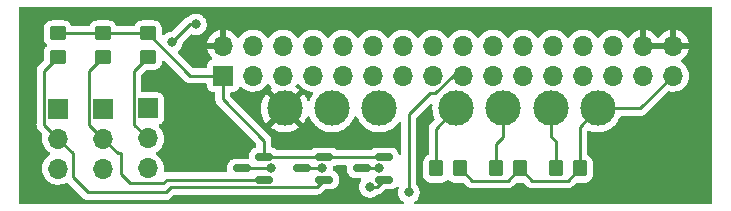
<source format=gbl>
G04 #@! TF.GenerationSoftware,KiCad,Pcbnew,(6.0.6)*
G04 #@! TF.CreationDate,2022-08-10T20:14:49+02:00*
G04 #@! TF.ProjectId,joystick,6a6f7973-7469-4636-9b2e-6b696361645f,rev?*
G04 #@! TF.SameCoordinates,Original*
G04 #@! TF.FileFunction,Copper,L2,Bot*
G04 #@! TF.FilePolarity,Positive*
%FSLAX46Y46*%
G04 Gerber Fmt 4.6, Leading zero omitted, Abs format (unit mm)*
G04 Created by KiCad (PCBNEW (6.0.6)) date 2022-08-10 20:14:49*
%MOMM*%
%LPD*%
G01*
G04 APERTURE LIST*
G04 Aperture macros list*
%AMRoundRect*
0 Rectangle with rounded corners*
0 $1 Rounding radius*
0 $2 $3 $4 $5 $6 $7 $8 $9 X,Y pos of 4 corners*
0 Add a 4 corners polygon primitive as box body*
4,1,4,$2,$3,$4,$5,$6,$7,$8,$9,$2,$3,0*
0 Add four circle primitives for the rounded corners*
1,1,$1+$1,$2,$3*
1,1,$1+$1,$4,$5*
1,1,$1+$1,$6,$7*
1,1,$1+$1,$8,$9*
0 Add four rect primitives between the rounded corners*
20,1,$1+$1,$2,$3,$4,$5,0*
20,1,$1+$1,$4,$5,$6,$7,0*
20,1,$1+$1,$6,$7,$8,$9,0*
20,1,$1+$1,$8,$9,$2,$3,0*%
G04 Aperture macros list end*
G04 #@! TA.AperFunction,ComponentPad*
%ADD10R,1.700000X1.700000*%
G04 #@! TD*
G04 #@! TA.AperFunction,ComponentPad*
%ADD11O,1.700000X1.700000*%
G04 #@! TD*
G04 #@! TA.AperFunction,ComponentPad*
%ADD12C,3.000000*%
G04 #@! TD*
G04 #@! TA.AperFunction,SMDPad,CuDef*
%ADD13RoundRect,0.250000X0.350000X0.450000X-0.350000X0.450000X-0.350000X-0.450000X0.350000X-0.450000X0*%
G04 #@! TD*
G04 #@! TA.AperFunction,SMDPad,CuDef*
%ADD14RoundRect,0.250000X-0.450000X0.350000X-0.450000X-0.350000X0.450000X-0.350000X0.450000X0.350000X0*%
G04 #@! TD*
G04 #@! TA.AperFunction,SMDPad,CuDef*
%ADD15RoundRect,0.150000X0.587500X0.150000X-0.587500X0.150000X-0.587500X-0.150000X0.587500X-0.150000X0*%
G04 #@! TD*
G04 #@! TA.AperFunction,ViaPad*
%ADD16C,0.800000*%
G04 #@! TD*
G04 #@! TA.AperFunction,Conductor*
%ADD17C,0.250000*%
G04 #@! TD*
G04 APERTURE END LIST*
D10*
X125730000Y-95016000D03*
D11*
X125730000Y-92476000D03*
X128270000Y-95016000D03*
X128270000Y-92476000D03*
X130810000Y-95016000D03*
X130810000Y-92476000D03*
X133350000Y-95016000D03*
X133350000Y-92476000D03*
X135890000Y-95016000D03*
X135890000Y-92476000D03*
X138430000Y-95016000D03*
X138430000Y-92476000D03*
X140970000Y-95016000D03*
X140970000Y-92476000D03*
X143510000Y-95016000D03*
X143510000Y-92476000D03*
X146050000Y-95016000D03*
X146050000Y-92476000D03*
X148590000Y-95016000D03*
X148590000Y-92476000D03*
X151130000Y-95016000D03*
X151130000Y-92476000D03*
X153670000Y-95016000D03*
X153670000Y-92476000D03*
X156210000Y-95016000D03*
X156210000Y-92476000D03*
X158750000Y-95016000D03*
X158750000Y-92476000D03*
X161290000Y-95016000D03*
X161290000Y-92476000D03*
X163830000Y-95016000D03*
X163830000Y-92476000D03*
D12*
X130980000Y-97790000D03*
X134980000Y-97790000D03*
X138980000Y-97790000D03*
X145480000Y-97790000D03*
X149480000Y-97790000D03*
X153480000Y-97790000D03*
X157480000Y-97790000D03*
D13*
X145780000Y-102870000D03*
X143780000Y-102870000D03*
D14*
X115570000Y-91440000D03*
X115570000Y-93440000D03*
D13*
X155940000Y-102870000D03*
X153940000Y-102870000D03*
X150860000Y-102870000D03*
X148860000Y-102870000D03*
D14*
X111760000Y-91440000D03*
X111760000Y-93440000D03*
X119380000Y-91440000D03*
X119380000Y-93440000D03*
D15*
X129207500Y-101920000D03*
X129207500Y-103820000D03*
X127332500Y-102870000D03*
X134287500Y-101920000D03*
X134287500Y-103820000D03*
X132412500Y-102870000D03*
X139367500Y-101920000D03*
X139367500Y-103820000D03*
X137492500Y-102870000D03*
D11*
X119380000Y-102870000D03*
X119380000Y-100330000D03*
D10*
X119380000Y-97790000D03*
D11*
X115570000Y-102885000D03*
X115570000Y-100345000D03*
D10*
X115570000Y-97805000D03*
D11*
X111760000Y-102885000D03*
X111760000Y-100345000D03*
D10*
X111760000Y-97805000D03*
D16*
X122428000Y-96520000D03*
X122428000Y-101346000D03*
X166116000Y-104902000D03*
X166116000Y-90170000D03*
X109220000Y-105156000D03*
X108966000Y-89662000D03*
X121412000Y-92202000D03*
X123444000Y-90678000D03*
X141478000Y-104902000D03*
X138176000Y-104431500D03*
X129794000Y-102870000D03*
X138938000Y-102819500D03*
X134112000Y-102870000D03*
D17*
X122428000Y-96520000D02*
X122428000Y-101346000D01*
X122936000Y-90678000D02*
X123444000Y-90678000D01*
X121412000Y-92202000D02*
X122936000Y-90678000D01*
X109220000Y-89408000D02*
X108966000Y-89662000D01*
X124968000Y-89408000D02*
X109220000Y-89408000D01*
X125730000Y-90170000D02*
X124968000Y-89408000D01*
X125730000Y-92476000D02*
X125730000Y-90170000D01*
X143667701Y-96520000D02*
X145171701Y-95016000D01*
X141478000Y-98298000D02*
X143256000Y-96520000D01*
X143256000Y-96520000D02*
X143667701Y-96520000D01*
X145171701Y-95016000D02*
X146050000Y-95016000D01*
X141478000Y-104902000D02*
X141478000Y-98298000D01*
X139367500Y-103820000D02*
X138756000Y-104431500D01*
X138756000Y-104431500D02*
X138176000Y-104431500D01*
X133662500Y-104445000D02*
X121361000Y-104445000D01*
X134287500Y-103820000D02*
X133662500Y-104445000D01*
X121361000Y-104445000D02*
X120904000Y-104902000D01*
X120904000Y-104902000D02*
X114300000Y-104902000D01*
X114300000Y-104902000D02*
X113030000Y-103632000D01*
X113015000Y-101600000D02*
X111760000Y-100345000D01*
X113030000Y-101600000D02*
X113015000Y-101600000D01*
X113030000Y-103632000D02*
X113030000Y-101600000D01*
X116825000Y-101600000D02*
X115570000Y-100345000D01*
X117094000Y-103378000D02*
X117094000Y-101600000D01*
X117094000Y-101600000D02*
X116825000Y-101600000D01*
X120650000Y-104140000D02*
X117856000Y-104140000D01*
X117856000Y-104140000D02*
X117094000Y-103378000D01*
X129207500Y-103820000D02*
X120970000Y-103820000D01*
X120970000Y-103820000D02*
X120650000Y-104140000D01*
X129794000Y-102870000D02*
X127332500Y-102870000D01*
X137543000Y-102819500D02*
X137492500Y-102870000D01*
X138938000Y-102819500D02*
X137543000Y-102819500D01*
X134112000Y-102870000D02*
X132412500Y-102870000D01*
X134287500Y-101920000D02*
X139367500Y-101920000D01*
X129207500Y-101920000D02*
X134287500Y-101920000D01*
X125730000Y-97028000D02*
X129207500Y-100505500D01*
X129207500Y-100505500D02*
X129207500Y-101920000D01*
X125730000Y-95016000D02*
X125730000Y-97028000D01*
X119380000Y-91440000D02*
X122956000Y-95016000D01*
X122956000Y-95016000D02*
X125730000Y-95016000D01*
X115570000Y-91440000D02*
X119380000Y-91440000D01*
X111760000Y-91440000D02*
X115570000Y-91440000D01*
X118205000Y-99155000D02*
X119380000Y-100330000D01*
X118205000Y-94615000D02*
X118205000Y-99155000D01*
X119380000Y-93440000D02*
X118205000Y-94615000D01*
X114395000Y-99170000D02*
X115570000Y-100345000D01*
X115570000Y-93440000D02*
X114395000Y-94615000D01*
X114395000Y-94615000D02*
X114395000Y-99170000D01*
X110585000Y-99170000D02*
X111760000Y-100345000D01*
X111760000Y-93440000D02*
X110585000Y-94615000D01*
X110585000Y-94615000D02*
X110585000Y-99170000D01*
X154915000Y-103895000D02*
X155940000Y-102870000D01*
X151885000Y-103895000D02*
X154915000Y-103895000D01*
X150860000Y-102870000D02*
X151885000Y-103895000D01*
X146805000Y-103895000D02*
X149835000Y-103895000D01*
X149835000Y-103895000D02*
X150860000Y-102870000D01*
X145780000Y-102870000D02*
X146805000Y-103895000D01*
X143780000Y-99490000D02*
X143780000Y-102870000D01*
X145480000Y-97790000D02*
X143780000Y-99490000D01*
X148844000Y-102854000D02*
X148860000Y-102870000D01*
X148844000Y-100838000D02*
X148844000Y-102854000D01*
X149480000Y-100202000D02*
X148844000Y-100838000D01*
X149480000Y-97790000D02*
X149480000Y-100202000D01*
X153940000Y-100600000D02*
X153940000Y-102870000D01*
X153480000Y-100140000D02*
X153940000Y-100600000D01*
X153480000Y-97790000D02*
X153480000Y-100140000D01*
X155940000Y-99330000D02*
X155940000Y-102870000D01*
X157480000Y-97790000D02*
X155940000Y-99330000D01*
X161056000Y-97790000D02*
X157480000Y-97790000D01*
X163830000Y-95016000D02*
X161056000Y-97790000D01*
G04 #@! TA.AperFunction,Conductor*
G36*
X167073621Y-89174502D02*
G01*
X167120114Y-89228158D01*
X167131500Y-89280500D01*
X167131500Y-105791500D01*
X167111498Y-105859621D01*
X167057842Y-105906114D01*
X167005500Y-105917500D01*
X142013705Y-105917500D01*
X141945584Y-105897498D01*
X141899091Y-105843842D01*
X141888987Y-105773568D01*
X141918481Y-105708988D01*
X141939644Y-105689564D01*
X141997805Y-105647307D01*
X142089253Y-105580866D01*
X142125851Y-105540220D01*
X142212621Y-105443852D01*
X142212622Y-105443851D01*
X142217040Y-105438944D01*
X142292053Y-105309018D01*
X142309223Y-105279279D01*
X142309224Y-105279278D01*
X142312527Y-105273556D01*
X142371542Y-105091928D01*
X142372954Y-105078500D01*
X142390814Y-104908565D01*
X142391504Y-104902000D01*
X142371542Y-104712072D01*
X142312527Y-104530444D01*
X142300391Y-104509423D01*
X142255805Y-104432199D01*
X142217040Y-104365056D01*
X142143863Y-104283785D01*
X142113147Y-104219779D01*
X142111500Y-104199476D01*
X142111500Y-98612594D01*
X142131502Y-98544473D01*
X142148405Y-98523499D01*
X143273588Y-97398316D01*
X143335900Y-97364290D01*
X143406715Y-97369355D01*
X143463551Y-97411902D01*
X143488362Y-97478422D01*
X143488295Y-97497292D01*
X143466917Y-97768918D01*
X143482682Y-98042320D01*
X143483507Y-98046525D01*
X143483508Y-98046533D01*
X143504698Y-98154539D01*
X143535405Y-98311053D01*
X143536792Y-98315103D01*
X143536793Y-98315108D01*
X143615323Y-98544473D01*
X143624112Y-98570144D01*
X143626039Y-98573975D01*
X143626042Y-98573982D01*
X143643387Y-98608470D01*
X143656125Y-98678314D01*
X143629080Y-98743958D01*
X143619917Y-98754178D01*
X143387747Y-98986348D01*
X143379461Y-98993888D01*
X143372982Y-98998000D01*
X143367557Y-99003777D01*
X143326357Y-99047651D01*
X143323602Y-99050493D01*
X143303865Y-99070230D01*
X143301385Y-99073427D01*
X143293682Y-99082447D01*
X143263414Y-99114679D01*
X143259595Y-99121625D01*
X143259593Y-99121628D01*
X143253652Y-99132434D01*
X143242801Y-99148953D01*
X143230386Y-99164959D01*
X143227241Y-99172228D01*
X143227238Y-99172232D01*
X143212826Y-99205537D01*
X143207609Y-99216187D01*
X143186305Y-99254940D01*
X143184334Y-99262615D01*
X143184334Y-99262616D01*
X143181267Y-99274562D01*
X143174863Y-99293266D01*
X143166819Y-99311855D01*
X143165580Y-99319678D01*
X143165577Y-99319688D01*
X143159901Y-99355524D01*
X143157495Y-99367144D01*
X143151723Y-99389627D01*
X143146500Y-99409970D01*
X143146500Y-99430224D01*
X143144949Y-99449934D01*
X143141780Y-99469943D01*
X143145407Y-99508307D01*
X143145941Y-99513961D01*
X143146500Y-99525819D01*
X143146500Y-101633219D01*
X143126498Y-101701340D01*
X143086803Y-101740363D01*
X142955652Y-101821522D01*
X142830695Y-101946697D01*
X142826855Y-101952927D01*
X142826854Y-101952928D01*
X142757012Y-102066233D01*
X142737885Y-102097262D01*
X142717425Y-102158946D01*
X142685920Y-102253934D01*
X142682203Y-102265139D01*
X142671500Y-102369600D01*
X142671500Y-103370400D01*
X142671837Y-103373646D01*
X142671837Y-103373650D01*
X142681268Y-103464541D01*
X142682474Y-103476166D01*
X142684655Y-103482702D01*
X142684655Y-103482704D01*
X142708504Y-103554187D01*
X142738450Y-103643946D01*
X142831522Y-103794348D01*
X142956697Y-103919305D01*
X142962927Y-103923145D01*
X142962928Y-103923146D01*
X143100090Y-104007694D01*
X143107262Y-104012115D01*
X143141171Y-104023362D01*
X143268611Y-104065632D01*
X143268613Y-104065632D01*
X143275139Y-104067797D01*
X143281975Y-104068497D01*
X143281978Y-104068498D01*
X143325031Y-104072909D01*
X143379600Y-104078500D01*
X144180400Y-104078500D01*
X144183646Y-104078163D01*
X144183650Y-104078163D01*
X144279308Y-104068238D01*
X144279312Y-104068237D01*
X144286166Y-104067526D01*
X144292702Y-104065345D01*
X144292704Y-104065345D01*
X144424806Y-104021272D01*
X144453946Y-104011550D01*
X144604348Y-103918478D01*
X144690784Y-103831891D01*
X144753066Y-103797812D01*
X144823886Y-103802815D01*
X144868975Y-103831736D01*
X144884342Y-103847076D01*
X144956697Y-103919305D01*
X144962927Y-103923145D01*
X144962928Y-103923146D01*
X145100090Y-104007694D01*
X145107262Y-104012115D01*
X145141171Y-104023362D01*
X145268611Y-104065632D01*
X145268613Y-104065632D01*
X145275139Y-104067797D01*
X145281975Y-104068497D01*
X145281978Y-104068498D01*
X145325031Y-104072909D01*
X145379600Y-104078500D01*
X146040405Y-104078500D01*
X146108526Y-104098502D01*
X146129500Y-104115405D01*
X146301348Y-104287253D01*
X146308888Y-104295539D01*
X146313000Y-104302018D01*
X146318777Y-104307443D01*
X146362651Y-104348643D01*
X146365493Y-104351398D01*
X146385230Y-104371135D01*
X146388427Y-104373615D01*
X146397447Y-104381318D01*
X146429679Y-104411586D01*
X146436625Y-104415405D01*
X146436628Y-104415407D01*
X146447434Y-104421348D01*
X146463953Y-104432199D01*
X146479959Y-104444614D01*
X146487228Y-104447759D01*
X146487232Y-104447762D01*
X146520537Y-104462174D01*
X146531187Y-104467391D01*
X146569940Y-104488695D01*
X146577615Y-104490666D01*
X146577616Y-104490666D01*
X146589562Y-104493733D01*
X146608267Y-104500137D01*
X146626855Y-104508181D01*
X146634678Y-104509420D01*
X146634688Y-104509423D01*
X146670524Y-104515099D01*
X146682144Y-104517505D01*
X146710251Y-104524721D01*
X146724970Y-104528500D01*
X146745224Y-104528500D01*
X146764934Y-104530051D01*
X146784943Y-104533220D01*
X146792835Y-104532474D01*
X146811580Y-104530702D01*
X146828962Y-104529059D01*
X146840819Y-104528500D01*
X149756233Y-104528500D01*
X149767416Y-104529027D01*
X149774909Y-104530702D01*
X149782835Y-104530453D01*
X149782836Y-104530453D01*
X149842986Y-104528562D01*
X149846945Y-104528500D01*
X149874856Y-104528500D01*
X149878791Y-104528003D01*
X149878856Y-104527995D01*
X149890693Y-104527062D01*
X149922951Y-104526048D01*
X149926970Y-104525922D01*
X149934889Y-104525673D01*
X149954343Y-104520021D01*
X149973700Y-104516013D01*
X149985930Y-104514468D01*
X149985931Y-104514468D01*
X149993797Y-104513474D01*
X150001168Y-104510555D01*
X150001170Y-104510555D01*
X150034912Y-104497196D01*
X150046142Y-104493351D01*
X150080983Y-104483229D01*
X150080984Y-104483229D01*
X150088593Y-104481018D01*
X150095412Y-104476985D01*
X150095417Y-104476983D01*
X150106028Y-104470707D01*
X150123776Y-104462012D01*
X150142617Y-104454552D01*
X150156328Y-104444591D01*
X150178387Y-104428564D01*
X150188307Y-104422048D01*
X150219535Y-104403580D01*
X150219538Y-104403578D01*
X150226362Y-104399542D01*
X150240683Y-104385221D01*
X150255717Y-104372380D01*
X150257431Y-104371135D01*
X150272107Y-104360472D01*
X150300298Y-104326395D01*
X150308288Y-104317616D01*
X150510499Y-104115405D01*
X150572811Y-104081379D01*
X150599594Y-104078500D01*
X151120405Y-104078500D01*
X151188526Y-104098502D01*
X151209500Y-104115405D01*
X151381348Y-104287253D01*
X151388888Y-104295539D01*
X151393000Y-104302018D01*
X151398777Y-104307443D01*
X151442651Y-104348643D01*
X151445493Y-104351398D01*
X151465230Y-104371135D01*
X151468427Y-104373615D01*
X151477447Y-104381318D01*
X151509679Y-104411586D01*
X151516625Y-104415405D01*
X151516628Y-104415407D01*
X151527434Y-104421348D01*
X151543953Y-104432199D01*
X151559959Y-104444614D01*
X151567228Y-104447759D01*
X151567232Y-104447762D01*
X151600537Y-104462174D01*
X151611187Y-104467391D01*
X151649940Y-104488695D01*
X151657615Y-104490666D01*
X151657616Y-104490666D01*
X151669562Y-104493733D01*
X151688267Y-104500137D01*
X151706855Y-104508181D01*
X151714678Y-104509420D01*
X151714688Y-104509423D01*
X151750524Y-104515099D01*
X151762144Y-104517505D01*
X151790251Y-104524721D01*
X151804970Y-104528500D01*
X151825224Y-104528500D01*
X151844934Y-104530051D01*
X151864943Y-104533220D01*
X151872835Y-104532474D01*
X151891580Y-104530702D01*
X151908962Y-104529059D01*
X151920819Y-104528500D01*
X154836233Y-104528500D01*
X154847416Y-104529027D01*
X154854909Y-104530702D01*
X154862835Y-104530453D01*
X154862836Y-104530453D01*
X154922986Y-104528562D01*
X154926945Y-104528500D01*
X154954856Y-104528500D01*
X154958791Y-104528003D01*
X154958856Y-104527995D01*
X154970693Y-104527062D01*
X155002951Y-104526048D01*
X155006970Y-104525922D01*
X155014889Y-104525673D01*
X155034343Y-104520021D01*
X155053700Y-104516013D01*
X155065930Y-104514468D01*
X155065931Y-104514468D01*
X155073797Y-104513474D01*
X155081168Y-104510555D01*
X155081170Y-104510555D01*
X155114912Y-104497196D01*
X155126142Y-104493351D01*
X155160983Y-104483229D01*
X155160984Y-104483229D01*
X155168593Y-104481018D01*
X155175412Y-104476985D01*
X155175417Y-104476983D01*
X155186028Y-104470707D01*
X155203776Y-104462012D01*
X155222617Y-104454552D01*
X155236328Y-104444591D01*
X155258387Y-104428564D01*
X155268307Y-104422048D01*
X155299535Y-104403580D01*
X155299538Y-104403578D01*
X155306362Y-104399542D01*
X155320683Y-104385221D01*
X155335717Y-104372380D01*
X155337431Y-104371135D01*
X155352107Y-104360472D01*
X155380298Y-104326395D01*
X155388288Y-104317616D01*
X155590499Y-104115405D01*
X155652811Y-104081379D01*
X155679594Y-104078500D01*
X156340400Y-104078500D01*
X156343646Y-104078163D01*
X156343650Y-104078163D01*
X156439308Y-104068238D01*
X156439312Y-104068237D01*
X156446166Y-104067526D01*
X156452702Y-104065345D01*
X156452704Y-104065345D01*
X156584806Y-104021272D01*
X156613946Y-104011550D01*
X156764348Y-103918478D01*
X156798459Y-103884308D01*
X156884134Y-103798483D01*
X156889305Y-103793303D01*
X156947564Y-103698790D01*
X156978275Y-103648968D01*
X156978276Y-103648966D01*
X156982115Y-103642738D01*
X157013376Y-103548488D01*
X157035632Y-103481389D01*
X157035632Y-103481387D01*
X157037797Y-103474861D01*
X157038855Y-103464541D01*
X157043420Y-103419980D01*
X157048500Y-103370400D01*
X157048500Y-102369600D01*
X157043356Y-102320020D01*
X157038238Y-102270692D01*
X157038237Y-102270688D01*
X157037526Y-102263834D01*
X157021693Y-102216375D01*
X156983868Y-102103002D01*
X156981550Y-102096054D01*
X156888478Y-101945652D01*
X156763303Y-101820695D01*
X156757072Y-101816854D01*
X156633384Y-101740611D01*
X156585890Y-101687838D01*
X156573500Y-101633351D01*
X156573500Y-99779618D01*
X156593502Y-99711497D01*
X156647158Y-99665004D01*
X156717432Y-99654900D01*
X156751352Y-99664782D01*
X156778257Y-99676930D01*
X156782377Y-99678150D01*
X156782376Y-99678150D01*
X157036723Y-99753491D01*
X157036727Y-99753492D01*
X157040836Y-99754709D01*
X157045070Y-99755357D01*
X157045075Y-99755358D01*
X157307298Y-99795483D01*
X157307300Y-99795483D01*
X157311540Y-99796132D01*
X157450912Y-99798322D01*
X157581071Y-99800367D01*
X157581077Y-99800367D01*
X157585362Y-99800434D01*
X157857235Y-99767534D01*
X158122127Y-99698041D01*
X158126087Y-99696401D01*
X158126092Y-99696399D01*
X158264478Y-99639077D01*
X158375136Y-99593241D01*
X158537647Y-99498277D01*
X158607879Y-99457237D01*
X158607880Y-99457236D01*
X158611582Y-99455073D01*
X158827089Y-99286094D01*
X158838265Y-99274562D01*
X158986468Y-99121628D01*
X159017669Y-99089431D01*
X159020202Y-99085983D01*
X159020206Y-99085978D01*
X159177257Y-98872178D01*
X159177260Y-98872174D01*
X159179795Y-98868723D01*
X159181841Y-98864955D01*
X159308418Y-98631830D01*
X159308419Y-98631828D01*
X159310468Y-98628054D01*
X159356980Y-98504963D01*
X159399769Y-98448310D01*
X159466395Y-98423784D01*
X159474846Y-98423500D01*
X160977233Y-98423500D01*
X160988416Y-98424027D01*
X160995909Y-98425702D01*
X161003835Y-98425453D01*
X161003836Y-98425453D01*
X161063986Y-98423562D01*
X161067945Y-98423500D01*
X161095856Y-98423500D01*
X161099791Y-98423003D01*
X161099856Y-98422995D01*
X161111693Y-98422062D01*
X161143951Y-98421048D01*
X161147970Y-98420922D01*
X161155889Y-98420673D01*
X161175343Y-98415021D01*
X161194700Y-98411013D01*
X161206930Y-98409468D01*
X161206931Y-98409468D01*
X161214797Y-98408474D01*
X161222168Y-98405555D01*
X161222170Y-98405555D01*
X161255912Y-98392196D01*
X161267142Y-98388351D01*
X161301983Y-98378229D01*
X161301984Y-98378229D01*
X161309593Y-98376018D01*
X161316412Y-98371985D01*
X161316417Y-98371983D01*
X161327028Y-98365707D01*
X161344776Y-98357012D01*
X161363617Y-98349552D01*
X161399387Y-98323564D01*
X161409307Y-98317048D01*
X161440535Y-98298580D01*
X161440538Y-98298578D01*
X161447362Y-98294542D01*
X161461683Y-98280221D01*
X161476717Y-98267380D01*
X161486694Y-98260131D01*
X161493107Y-98255472D01*
X161521298Y-98221395D01*
X161529288Y-98212616D01*
X163374549Y-96367355D01*
X163436861Y-96333329D01*
X163488762Y-96332979D01*
X163668597Y-96369567D01*
X163673772Y-96369757D01*
X163673774Y-96369757D01*
X163886673Y-96377564D01*
X163886677Y-96377564D01*
X163891837Y-96377753D01*
X163896957Y-96377097D01*
X163896959Y-96377097D01*
X164108288Y-96350025D01*
X164108289Y-96350025D01*
X164113416Y-96349368D01*
X164129985Y-96344397D01*
X164322429Y-96286661D01*
X164322434Y-96286659D01*
X164327384Y-96285174D01*
X164527994Y-96186896D01*
X164709860Y-96057173D01*
X164736376Y-96030750D01*
X164853616Y-95913918D01*
X164868096Y-95899489D01*
X164894836Y-95862277D01*
X164995435Y-95722277D01*
X164998453Y-95718077D01*
X165019320Y-95675857D01*
X165095136Y-95522453D01*
X165095137Y-95522451D01*
X165097430Y-95517811D01*
X165162370Y-95304069D01*
X165191529Y-95082590D01*
X165193156Y-95016000D01*
X165174852Y-94793361D01*
X165120431Y-94576702D01*
X165031354Y-94371840D01*
X164961138Y-94263303D01*
X164912822Y-94188617D01*
X164912820Y-94188614D01*
X164910014Y-94184277D01*
X164759670Y-94019051D01*
X164755619Y-94015852D01*
X164755615Y-94015848D01*
X164588414Y-93883800D01*
X164588410Y-93883798D01*
X164584359Y-93880598D01*
X164542569Y-93857529D01*
X164492598Y-93807097D01*
X164477826Y-93737654D01*
X164502942Y-93671248D01*
X164530294Y-93644641D01*
X164705328Y-93519792D01*
X164713200Y-93513139D01*
X164864052Y-93362812D01*
X164870730Y-93354965D01*
X164995003Y-93182020D01*
X165000313Y-93173183D01*
X165094670Y-92982267D01*
X165098469Y-92972672D01*
X165160377Y-92768910D01*
X165162555Y-92758837D01*
X165163986Y-92747962D01*
X165161775Y-92733778D01*
X165148617Y-92730000D01*
X161162000Y-92730000D01*
X161093879Y-92709998D01*
X161047386Y-92656342D01*
X161036000Y-92604000D01*
X161036000Y-92203885D01*
X161544000Y-92203885D01*
X161548475Y-92219124D01*
X161549865Y-92220329D01*
X161557548Y-92222000D01*
X163557885Y-92222000D01*
X163573124Y-92217525D01*
X163574329Y-92216135D01*
X163576000Y-92208452D01*
X163576000Y-92203885D01*
X164084000Y-92203885D01*
X164088475Y-92219124D01*
X164089865Y-92220329D01*
X164097548Y-92222000D01*
X165148344Y-92222000D01*
X165161875Y-92218027D01*
X165163180Y-92208947D01*
X165121214Y-92041875D01*
X165117894Y-92032124D01*
X165032972Y-91836814D01*
X165028105Y-91827739D01*
X164912426Y-91648926D01*
X164906136Y-91640757D01*
X164762806Y-91483240D01*
X164755273Y-91476215D01*
X164588139Y-91344222D01*
X164579552Y-91338517D01*
X164393117Y-91235599D01*
X164383705Y-91231369D01*
X164182959Y-91160280D01*
X164172988Y-91157646D01*
X164101837Y-91144972D01*
X164088540Y-91146432D01*
X164084000Y-91160989D01*
X164084000Y-92203885D01*
X163576000Y-92203885D01*
X163576000Y-91159102D01*
X163572082Y-91145758D01*
X163557806Y-91143771D01*
X163519324Y-91149660D01*
X163509288Y-91152051D01*
X163306868Y-91218212D01*
X163297359Y-91222209D01*
X163108463Y-91320542D01*
X163099738Y-91326036D01*
X162929433Y-91453905D01*
X162921726Y-91460748D01*
X162774590Y-91614717D01*
X162768104Y-91622727D01*
X162663193Y-91776521D01*
X162608282Y-91821524D01*
X162537757Y-91829695D01*
X162474010Y-91798441D01*
X162453313Y-91773957D01*
X162372427Y-91648926D01*
X162366136Y-91640757D01*
X162222806Y-91483240D01*
X162215273Y-91476215D01*
X162048139Y-91344222D01*
X162039552Y-91338517D01*
X161853117Y-91235599D01*
X161843705Y-91231369D01*
X161642959Y-91160280D01*
X161632988Y-91157646D01*
X161561837Y-91144972D01*
X161548540Y-91146432D01*
X161544000Y-91160989D01*
X161544000Y-92203885D01*
X161036000Y-92203885D01*
X161036000Y-91159102D01*
X161032082Y-91145758D01*
X161017806Y-91143771D01*
X160979324Y-91149660D01*
X160969288Y-91152051D01*
X160766868Y-91218212D01*
X160757359Y-91222209D01*
X160568463Y-91320542D01*
X160559738Y-91326036D01*
X160389433Y-91453905D01*
X160381726Y-91460748D01*
X160234590Y-91614717D01*
X160228109Y-91622722D01*
X160123498Y-91776074D01*
X160068587Y-91821076D01*
X159998062Y-91829247D01*
X159934315Y-91797993D01*
X159913618Y-91773509D01*
X159832822Y-91648617D01*
X159832820Y-91648614D01*
X159830014Y-91644277D01*
X159679670Y-91479051D01*
X159675619Y-91475852D01*
X159675615Y-91475848D01*
X159508414Y-91343800D01*
X159508410Y-91343798D01*
X159504359Y-91340598D01*
X159495833Y-91335891D01*
X159352187Y-91256595D01*
X159308789Y-91232638D01*
X159303920Y-91230914D01*
X159303916Y-91230912D01*
X159103087Y-91159795D01*
X159103083Y-91159794D01*
X159098212Y-91158069D01*
X159093119Y-91157162D01*
X159093116Y-91157161D01*
X158883373Y-91119800D01*
X158883367Y-91119799D01*
X158878284Y-91118894D01*
X158804452Y-91117992D01*
X158660081Y-91116228D01*
X158660079Y-91116228D01*
X158654911Y-91116165D01*
X158434091Y-91149955D01*
X158221756Y-91219357D01*
X158023607Y-91322507D01*
X158019474Y-91325610D01*
X158019471Y-91325612D01*
X157977845Y-91356866D01*
X157844965Y-91456635D01*
X157690629Y-91618138D01*
X157583201Y-91775621D01*
X157528293Y-91820621D01*
X157457768Y-91828792D01*
X157394021Y-91797538D01*
X157373324Y-91773054D01*
X157292822Y-91648617D01*
X157292820Y-91648614D01*
X157290014Y-91644277D01*
X157139670Y-91479051D01*
X157135619Y-91475852D01*
X157135615Y-91475848D01*
X156968414Y-91343800D01*
X156968410Y-91343798D01*
X156964359Y-91340598D01*
X156955833Y-91335891D01*
X156812187Y-91256595D01*
X156768789Y-91232638D01*
X156763920Y-91230914D01*
X156763916Y-91230912D01*
X156563087Y-91159795D01*
X156563083Y-91159794D01*
X156558212Y-91158069D01*
X156553119Y-91157162D01*
X156553116Y-91157161D01*
X156343373Y-91119800D01*
X156343367Y-91119799D01*
X156338284Y-91118894D01*
X156264452Y-91117992D01*
X156120081Y-91116228D01*
X156120079Y-91116228D01*
X156114911Y-91116165D01*
X155894091Y-91149955D01*
X155681756Y-91219357D01*
X155483607Y-91322507D01*
X155479474Y-91325610D01*
X155479471Y-91325612D01*
X155437845Y-91356866D01*
X155304965Y-91456635D01*
X155150629Y-91618138D01*
X155043201Y-91775621D01*
X154988293Y-91820621D01*
X154917768Y-91828792D01*
X154854021Y-91797538D01*
X154833324Y-91773054D01*
X154752822Y-91648617D01*
X154752820Y-91648614D01*
X154750014Y-91644277D01*
X154599670Y-91479051D01*
X154595619Y-91475852D01*
X154595615Y-91475848D01*
X154428414Y-91343800D01*
X154428410Y-91343798D01*
X154424359Y-91340598D01*
X154415833Y-91335891D01*
X154272187Y-91256595D01*
X154228789Y-91232638D01*
X154223920Y-91230914D01*
X154223916Y-91230912D01*
X154023087Y-91159795D01*
X154023083Y-91159794D01*
X154018212Y-91158069D01*
X154013119Y-91157162D01*
X154013116Y-91157161D01*
X153803373Y-91119800D01*
X153803367Y-91119799D01*
X153798284Y-91118894D01*
X153724452Y-91117992D01*
X153580081Y-91116228D01*
X153580079Y-91116228D01*
X153574911Y-91116165D01*
X153354091Y-91149955D01*
X153141756Y-91219357D01*
X152943607Y-91322507D01*
X152939474Y-91325610D01*
X152939471Y-91325612D01*
X152897845Y-91356866D01*
X152764965Y-91456635D01*
X152610629Y-91618138D01*
X152503201Y-91775621D01*
X152448293Y-91820621D01*
X152377768Y-91828792D01*
X152314021Y-91797538D01*
X152293324Y-91773054D01*
X152212822Y-91648617D01*
X152212820Y-91648614D01*
X152210014Y-91644277D01*
X152059670Y-91479051D01*
X152055619Y-91475852D01*
X152055615Y-91475848D01*
X151888414Y-91343800D01*
X151888410Y-91343798D01*
X151884359Y-91340598D01*
X151875833Y-91335891D01*
X151732187Y-91256595D01*
X151688789Y-91232638D01*
X151683920Y-91230914D01*
X151683916Y-91230912D01*
X151483087Y-91159795D01*
X151483083Y-91159794D01*
X151478212Y-91158069D01*
X151473119Y-91157162D01*
X151473116Y-91157161D01*
X151263373Y-91119800D01*
X151263367Y-91119799D01*
X151258284Y-91118894D01*
X151184452Y-91117992D01*
X151040081Y-91116228D01*
X151040079Y-91116228D01*
X151034911Y-91116165D01*
X150814091Y-91149955D01*
X150601756Y-91219357D01*
X150403607Y-91322507D01*
X150399474Y-91325610D01*
X150399471Y-91325612D01*
X150357845Y-91356866D01*
X150224965Y-91456635D01*
X150070629Y-91618138D01*
X149963201Y-91775621D01*
X149908293Y-91820621D01*
X149837768Y-91828792D01*
X149774021Y-91797538D01*
X149753324Y-91773054D01*
X149672822Y-91648617D01*
X149672820Y-91648614D01*
X149670014Y-91644277D01*
X149519670Y-91479051D01*
X149515619Y-91475852D01*
X149515615Y-91475848D01*
X149348414Y-91343800D01*
X149348410Y-91343798D01*
X149344359Y-91340598D01*
X149335833Y-91335891D01*
X149192187Y-91256595D01*
X149148789Y-91232638D01*
X149143920Y-91230914D01*
X149143916Y-91230912D01*
X148943087Y-91159795D01*
X148943083Y-91159794D01*
X148938212Y-91158069D01*
X148933119Y-91157162D01*
X148933116Y-91157161D01*
X148723373Y-91119800D01*
X148723367Y-91119799D01*
X148718284Y-91118894D01*
X148644452Y-91117992D01*
X148500081Y-91116228D01*
X148500079Y-91116228D01*
X148494911Y-91116165D01*
X148274091Y-91149955D01*
X148061756Y-91219357D01*
X147863607Y-91322507D01*
X147859474Y-91325610D01*
X147859471Y-91325612D01*
X147817845Y-91356866D01*
X147684965Y-91456635D01*
X147530629Y-91618138D01*
X147423201Y-91775621D01*
X147368293Y-91820621D01*
X147297768Y-91828792D01*
X147234021Y-91797538D01*
X147213324Y-91773054D01*
X147132822Y-91648617D01*
X147132820Y-91648614D01*
X147130014Y-91644277D01*
X146979670Y-91479051D01*
X146975619Y-91475852D01*
X146975615Y-91475848D01*
X146808414Y-91343800D01*
X146808410Y-91343798D01*
X146804359Y-91340598D01*
X146795833Y-91335891D01*
X146652187Y-91256595D01*
X146608789Y-91232638D01*
X146603920Y-91230914D01*
X146603916Y-91230912D01*
X146403087Y-91159795D01*
X146403083Y-91159794D01*
X146398212Y-91158069D01*
X146393119Y-91157162D01*
X146393116Y-91157161D01*
X146183373Y-91119800D01*
X146183367Y-91119799D01*
X146178284Y-91118894D01*
X146104452Y-91117992D01*
X145960081Y-91116228D01*
X145960079Y-91116228D01*
X145954911Y-91116165D01*
X145734091Y-91149955D01*
X145521756Y-91219357D01*
X145323607Y-91322507D01*
X145319474Y-91325610D01*
X145319471Y-91325612D01*
X145277845Y-91356866D01*
X145144965Y-91456635D01*
X144990629Y-91618138D01*
X144883201Y-91775621D01*
X144828293Y-91820621D01*
X144757768Y-91828792D01*
X144694021Y-91797538D01*
X144673324Y-91773054D01*
X144592822Y-91648617D01*
X144592820Y-91648614D01*
X144590014Y-91644277D01*
X144439670Y-91479051D01*
X144435619Y-91475852D01*
X144435615Y-91475848D01*
X144268414Y-91343800D01*
X144268410Y-91343798D01*
X144264359Y-91340598D01*
X144255833Y-91335891D01*
X144112187Y-91256595D01*
X144068789Y-91232638D01*
X144063920Y-91230914D01*
X144063916Y-91230912D01*
X143863087Y-91159795D01*
X143863083Y-91159794D01*
X143858212Y-91158069D01*
X143853119Y-91157162D01*
X143853116Y-91157161D01*
X143643373Y-91119800D01*
X143643367Y-91119799D01*
X143638284Y-91118894D01*
X143564452Y-91117992D01*
X143420081Y-91116228D01*
X143420079Y-91116228D01*
X143414911Y-91116165D01*
X143194091Y-91149955D01*
X142981756Y-91219357D01*
X142783607Y-91322507D01*
X142779474Y-91325610D01*
X142779471Y-91325612D01*
X142737845Y-91356866D01*
X142604965Y-91456635D01*
X142450629Y-91618138D01*
X142343201Y-91775621D01*
X142288293Y-91820621D01*
X142217768Y-91828792D01*
X142154021Y-91797538D01*
X142133324Y-91773054D01*
X142052822Y-91648617D01*
X142052820Y-91648614D01*
X142050014Y-91644277D01*
X141899670Y-91479051D01*
X141895619Y-91475852D01*
X141895615Y-91475848D01*
X141728414Y-91343800D01*
X141728410Y-91343798D01*
X141724359Y-91340598D01*
X141715833Y-91335891D01*
X141572187Y-91256595D01*
X141528789Y-91232638D01*
X141523920Y-91230914D01*
X141523916Y-91230912D01*
X141323087Y-91159795D01*
X141323083Y-91159794D01*
X141318212Y-91158069D01*
X141313119Y-91157162D01*
X141313116Y-91157161D01*
X141103373Y-91119800D01*
X141103367Y-91119799D01*
X141098284Y-91118894D01*
X141024452Y-91117992D01*
X140880081Y-91116228D01*
X140880079Y-91116228D01*
X140874911Y-91116165D01*
X140654091Y-91149955D01*
X140441756Y-91219357D01*
X140243607Y-91322507D01*
X140239474Y-91325610D01*
X140239471Y-91325612D01*
X140197845Y-91356866D01*
X140064965Y-91456635D01*
X139910629Y-91618138D01*
X139803201Y-91775621D01*
X139748293Y-91820621D01*
X139677768Y-91828792D01*
X139614021Y-91797538D01*
X139593324Y-91773054D01*
X139512822Y-91648617D01*
X139512820Y-91648614D01*
X139510014Y-91644277D01*
X139359670Y-91479051D01*
X139355619Y-91475852D01*
X139355615Y-91475848D01*
X139188414Y-91343800D01*
X139188410Y-91343798D01*
X139184359Y-91340598D01*
X139175833Y-91335891D01*
X139032187Y-91256595D01*
X138988789Y-91232638D01*
X138983920Y-91230914D01*
X138983916Y-91230912D01*
X138783087Y-91159795D01*
X138783083Y-91159794D01*
X138778212Y-91158069D01*
X138773119Y-91157162D01*
X138773116Y-91157161D01*
X138563373Y-91119800D01*
X138563367Y-91119799D01*
X138558284Y-91118894D01*
X138484452Y-91117992D01*
X138340081Y-91116228D01*
X138340079Y-91116228D01*
X138334911Y-91116165D01*
X138114091Y-91149955D01*
X137901756Y-91219357D01*
X137703607Y-91322507D01*
X137699474Y-91325610D01*
X137699471Y-91325612D01*
X137657845Y-91356866D01*
X137524965Y-91456635D01*
X137370629Y-91618138D01*
X137263201Y-91775621D01*
X137208293Y-91820621D01*
X137137768Y-91828792D01*
X137074021Y-91797538D01*
X137053324Y-91773054D01*
X136972822Y-91648617D01*
X136972820Y-91648614D01*
X136970014Y-91644277D01*
X136819670Y-91479051D01*
X136815619Y-91475852D01*
X136815615Y-91475848D01*
X136648414Y-91343800D01*
X136648410Y-91343798D01*
X136644359Y-91340598D01*
X136635833Y-91335891D01*
X136492187Y-91256595D01*
X136448789Y-91232638D01*
X136443920Y-91230914D01*
X136443916Y-91230912D01*
X136243087Y-91159795D01*
X136243083Y-91159794D01*
X136238212Y-91158069D01*
X136233119Y-91157162D01*
X136233116Y-91157161D01*
X136023373Y-91119800D01*
X136023367Y-91119799D01*
X136018284Y-91118894D01*
X135944452Y-91117992D01*
X135800081Y-91116228D01*
X135800079Y-91116228D01*
X135794911Y-91116165D01*
X135574091Y-91149955D01*
X135361756Y-91219357D01*
X135163607Y-91322507D01*
X135159474Y-91325610D01*
X135159471Y-91325612D01*
X135117845Y-91356866D01*
X134984965Y-91456635D01*
X134830629Y-91618138D01*
X134723201Y-91775621D01*
X134668293Y-91820621D01*
X134597768Y-91828792D01*
X134534021Y-91797538D01*
X134513324Y-91773054D01*
X134432822Y-91648617D01*
X134432820Y-91648614D01*
X134430014Y-91644277D01*
X134279670Y-91479051D01*
X134275619Y-91475852D01*
X134275615Y-91475848D01*
X134108414Y-91343800D01*
X134108410Y-91343798D01*
X134104359Y-91340598D01*
X134095833Y-91335891D01*
X133952187Y-91256595D01*
X133908789Y-91232638D01*
X133903920Y-91230914D01*
X133903916Y-91230912D01*
X133703087Y-91159795D01*
X133703083Y-91159794D01*
X133698212Y-91158069D01*
X133693119Y-91157162D01*
X133693116Y-91157161D01*
X133483373Y-91119800D01*
X133483367Y-91119799D01*
X133478284Y-91118894D01*
X133404452Y-91117992D01*
X133260081Y-91116228D01*
X133260079Y-91116228D01*
X133254911Y-91116165D01*
X133034091Y-91149955D01*
X132821756Y-91219357D01*
X132623607Y-91322507D01*
X132619474Y-91325610D01*
X132619471Y-91325612D01*
X132577845Y-91356866D01*
X132444965Y-91456635D01*
X132290629Y-91618138D01*
X132183201Y-91775621D01*
X132128293Y-91820621D01*
X132057768Y-91828792D01*
X131994021Y-91797538D01*
X131973324Y-91773054D01*
X131892822Y-91648617D01*
X131892820Y-91648614D01*
X131890014Y-91644277D01*
X131739670Y-91479051D01*
X131735619Y-91475852D01*
X131735615Y-91475848D01*
X131568414Y-91343800D01*
X131568410Y-91343798D01*
X131564359Y-91340598D01*
X131555833Y-91335891D01*
X131412187Y-91256595D01*
X131368789Y-91232638D01*
X131363920Y-91230914D01*
X131363916Y-91230912D01*
X131163087Y-91159795D01*
X131163083Y-91159794D01*
X131158212Y-91158069D01*
X131153119Y-91157162D01*
X131153116Y-91157161D01*
X130943373Y-91119800D01*
X130943367Y-91119799D01*
X130938284Y-91118894D01*
X130864452Y-91117992D01*
X130720081Y-91116228D01*
X130720079Y-91116228D01*
X130714911Y-91116165D01*
X130494091Y-91149955D01*
X130281756Y-91219357D01*
X130083607Y-91322507D01*
X130079474Y-91325610D01*
X130079471Y-91325612D01*
X130037845Y-91356866D01*
X129904965Y-91456635D01*
X129750629Y-91618138D01*
X129643201Y-91775621D01*
X129588293Y-91820621D01*
X129517768Y-91828792D01*
X129454021Y-91797538D01*
X129433324Y-91773054D01*
X129352822Y-91648617D01*
X129352820Y-91648614D01*
X129350014Y-91644277D01*
X129199670Y-91479051D01*
X129195619Y-91475852D01*
X129195615Y-91475848D01*
X129028414Y-91343800D01*
X129028410Y-91343798D01*
X129024359Y-91340598D01*
X129015833Y-91335891D01*
X128872187Y-91256595D01*
X128828789Y-91232638D01*
X128823920Y-91230914D01*
X128823916Y-91230912D01*
X128623087Y-91159795D01*
X128623083Y-91159794D01*
X128618212Y-91158069D01*
X128613119Y-91157162D01*
X128613116Y-91157161D01*
X128403373Y-91119800D01*
X128403367Y-91119799D01*
X128398284Y-91118894D01*
X128324452Y-91117992D01*
X128180081Y-91116228D01*
X128180079Y-91116228D01*
X128174911Y-91116165D01*
X127954091Y-91149955D01*
X127741756Y-91219357D01*
X127543607Y-91322507D01*
X127539474Y-91325610D01*
X127539471Y-91325612D01*
X127497845Y-91356866D01*
X127364965Y-91456635D01*
X127210629Y-91618138D01*
X127207720Y-91622403D01*
X127207714Y-91622411D01*
X127195404Y-91640457D01*
X127103204Y-91775618D01*
X127102898Y-91776066D01*
X127047987Y-91821069D01*
X126977462Y-91829240D01*
X126913715Y-91797986D01*
X126893018Y-91773502D01*
X126812426Y-91648926D01*
X126806136Y-91640757D01*
X126662806Y-91483240D01*
X126655273Y-91476215D01*
X126488139Y-91344222D01*
X126479552Y-91338517D01*
X126293117Y-91235599D01*
X126283705Y-91231369D01*
X126082959Y-91160280D01*
X126072988Y-91157646D01*
X126001837Y-91144972D01*
X125988540Y-91146432D01*
X125984000Y-91160989D01*
X125984000Y-92604000D01*
X125963998Y-92672121D01*
X125910342Y-92718614D01*
X125858000Y-92730000D01*
X124413225Y-92730000D01*
X124399694Y-92733973D01*
X124398257Y-92743966D01*
X124428565Y-92878446D01*
X124431645Y-92888275D01*
X124511770Y-93085603D01*
X124516413Y-93094794D01*
X124627694Y-93276388D01*
X124633777Y-93284699D01*
X124773213Y-93445667D01*
X124780577Y-93452879D01*
X124785522Y-93456985D01*
X124825156Y-93515889D01*
X124826653Y-93586870D01*
X124789537Y-93647392D01*
X124749264Y-93671910D01*
X124641705Y-93712232D01*
X124641704Y-93712233D01*
X124633295Y-93715385D01*
X124516739Y-93802739D01*
X124429385Y-93919295D01*
X124378255Y-94055684D01*
X124371500Y-94117866D01*
X124371500Y-94256500D01*
X124351498Y-94324621D01*
X124297842Y-94371114D01*
X124245500Y-94382500D01*
X123270594Y-94382500D01*
X123202473Y-94362498D01*
X123181499Y-94345595D01*
X121950058Y-93114153D01*
X121916032Y-93051841D01*
X121921097Y-92981025D01*
X121965092Y-92923123D01*
X122023253Y-92880866D01*
X122124059Y-92768910D01*
X122146621Y-92743852D01*
X122146622Y-92743851D01*
X122151040Y-92738944D01*
X122218627Y-92621880D01*
X122243223Y-92579279D01*
X122243224Y-92579278D01*
X122246527Y-92573556D01*
X122305542Y-92391928D01*
X122322907Y-92226706D01*
X122329705Y-92210183D01*
X124394389Y-92210183D01*
X124395912Y-92218607D01*
X124408292Y-92222000D01*
X125457885Y-92222000D01*
X125473124Y-92217525D01*
X125474329Y-92216135D01*
X125476000Y-92208452D01*
X125476000Y-91159102D01*
X125472082Y-91145758D01*
X125457806Y-91143771D01*
X125419324Y-91149660D01*
X125409288Y-91152051D01*
X125206868Y-91218212D01*
X125197359Y-91222209D01*
X125008463Y-91320542D01*
X124999738Y-91326036D01*
X124829433Y-91453905D01*
X124821726Y-91460748D01*
X124674590Y-91614717D01*
X124668104Y-91622727D01*
X124548098Y-91798649D01*
X124543000Y-91807623D01*
X124453338Y-92000783D01*
X124449775Y-92010470D01*
X124394389Y-92210183D01*
X122329705Y-92210183D01*
X122349920Y-92161050D01*
X122359122Y-92150782D01*
X122963059Y-91546845D01*
X123025371Y-91512819D01*
X123096186Y-91517884D01*
X123103400Y-91520832D01*
X123161712Y-91546794D01*
X123255113Y-91566647D01*
X123342056Y-91585128D01*
X123342061Y-91585128D01*
X123348513Y-91586500D01*
X123539487Y-91586500D01*
X123545939Y-91585128D01*
X123545944Y-91585128D01*
X123632887Y-91566647D01*
X123726288Y-91546794D01*
X123732319Y-91544109D01*
X123894722Y-91471803D01*
X123894724Y-91471802D01*
X123900752Y-91469118D01*
X123912273Y-91460748D01*
X123984602Y-91408197D01*
X124055253Y-91356866D01*
X124069901Y-91340598D01*
X124178621Y-91219852D01*
X124178622Y-91219851D01*
X124183040Y-91214944D01*
X124278527Y-91049556D01*
X124337542Y-90867928D01*
X124345301Y-90794110D01*
X124356814Y-90684565D01*
X124357504Y-90678000D01*
X124350951Y-90615652D01*
X124338232Y-90494635D01*
X124338232Y-90494633D01*
X124337542Y-90488072D01*
X124278527Y-90306444D01*
X124183040Y-90141056D01*
X124166882Y-90123110D01*
X124059675Y-90004045D01*
X124059674Y-90004044D01*
X124055253Y-89999134D01*
X123900752Y-89886882D01*
X123894724Y-89884198D01*
X123894722Y-89884197D01*
X123732319Y-89811891D01*
X123732318Y-89811891D01*
X123726288Y-89809206D01*
X123632887Y-89789353D01*
X123545944Y-89770872D01*
X123545939Y-89770872D01*
X123539487Y-89769500D01*
X123348513Y-89769500D01*
X123342061Y-89770872D01*
X123342056Y-89770872D01*
X123255113Y-89789353D01*
X123161712Y-89809206D01*
X123155682Y-89811891D01*
X123155681Y-89811891D01*
X122993278Y-89884197D01*
X122993276Y-89884198D01*
X122987248Y-89886882D01*
X122832747Y-89999134D01*
X122828329Y-90004040D01*
X122828322Y-90004047D01*
X122798790Y-90036846D01*
X122751544Y-90069685D01*
X122736086Y-90075806D01*
X122724885Y-90079641D01*
X122682406Y-90091982D01*
X122675587Y-90096015D01*
X122675582Y-90096017D01*
X122664971Y-90102293D01*
X122647221Y-90110990D01*
X122628383Y-90118448D01*
X122621967Y-90123109D01*
X122621966Y-90123110D01*
X122592625Y-90144428D01*
X122582701Y-90150947D01*
X122551460Y-90169422D01*
X122551455Y-90169426D01*
X122544637Y-90173458D01*
X122530313Y-90187782D01*
X122515281Y-90200621D01*
X122498893Y-90212528D01*
X122470712Y-90246593D01*
X122462722Y-90255373D01*
X121461500Y-91256595D01*
X121399188Y-91290621D01*
X121372405Y-91293500D01*
X121316513Y-91293500D01*
X121310061Y-91294872D01*
X121310056Y-91294872D01*
X121223113Y-91313353D01*
X121129712Y-91333206D01*
X121123682Y-91335891D01*
X121123681Y-91335891D01*
X120961278Y-91408197D01*
X120961276Y-91408198D01*
X120955248Y-91410882D01*
X120800747Y-91523134D01*
X120797984Y-91526203D01*
X120734807Y-91556524D01*
X120664353Y-91547762D01*
X120609820Y-91502301D01*
X120588500Y-91432171D01*
X120588500Y-91039600D01*
X120577526Y-90933834D01*
X120557633Y-90874206D01*
X120523868Y-90773002D01*
X120521550Y-90766054D01*
X120428478Y-90615652D01*
X120303303Y-90490695D01*
X120288863Y-90481794D01*
X120158968Y-90401725D01*
X120158966Y-90401724D01*
X120152738Y-90397885D01*
X119992254Y-90344655D01*
X119991389Y-90344368D01*
X119991387Y-90344368D01*
X119984861Y-90342203D01*
X119978025Y-90341503D01*
X119978022Y-90341502D01*
X119934969Y-90337091D01*
X119880400Y-90331500D01*
X118879600Y-90331500D01*
X118876354Y-90331837D01*
X118876350Y-90331837D01*
X118780692Y-90341762D01*
X118780688Y-90341763D01*
X118773834Y-90342474D01*
X118767298Y-90344655D01*
X118767296Y-90344655D01*
X118635194Y-90388728D01*
X118606054Y-90398450D01*
X118455652Y-90491522D01*
X118330695Y-90616697D01*
X118326855Y-90622927D01*
X118326854Y-90622928D01*
X118250611Y-90746616D01*
X118197838Y-90794110D01*
X118143351Y-90806500D01*
X116806781Y-90806500D01*
X116738660Y-90786498D01*
X116699637Y-90746803D01*
X116622332Y-90621880D01*
X116618478Y-90615652D01*
X116493303Y-90490695D01*
X116478863Y-90481794D01*
X116348968Y-90401725D01*
X116348966Y-90401724D01*
X116342738Y-90397885D01*
X116182254Y-90344655D01*
X116181389Y-90344368D01*
X116181387Y-90344368D01*
X116174861Y-90342203D01*
X116168025Y-90341503D01*
X116168022Y-90341502D01*
X116124969Y-90337091D01*
X116070400Y-90331500D01*
X115069600Y-90331500D01*
X115066354Y-90331837D01*
X115066350Y-90331837D01*
X114970692Y-90341762D01*
X114970688Y-90341763D01*
X114963834Y-90342474D01*
X114957298Y-90344655D01*
X114957296Y-90344655D01*
X114825194Y-90388728D01*
X114796054Y-90398450D01*
X114645652Y-90491522D01*
X114520695Y-90616697D01*
X114516855Y-90622927D01*
X114516854Y-90622928D01*
X114440611Y-90746616D01*
X114387838Y-90794110D01*
X114333351Y-90806500D01*
X112996781Y-90806500D01*
X112928660Y-90786498D01*
X112889637Y-90746803D01*
X112812332Y-90621880D01*
X112808478Y-90615652D01*
X112683303Y-90490695D01*
X112668863Y-90481794D01*
X112538968Y-90401725D01*
X112538966Y-90401724D01*
X112532738Y-90397885D01*
X112372254Y-90344655D01*
X112371389Y-90344368D01*
X112371387Y-90344368D01*
X112364861Y-90342203D01*
X112358025Y-90341503D01*
X112358022Y-90341502D01*
X112314969Y-90337091D01*
X112260400Y-90331500D01*
X111259600Y-90331500D01*
X111256354Y-90331837D01*
X111256350Y-90331837D01*
X111160692Y-90341762D01*
X111160688Y-90341763D01*
X111153834Y-90342474D01*
X111147298Y-90344655D01*
X111147296Y-90344655D01*
X111015194Y-90388728D01*
X110986054Y-90398450D01*
X110835652Y-90491522D01*
X110710695Y-90616697D01*
X110617885Y-90767262D01*
X110562203Y-90935139D01*
X110551500Y-91039600D01*
X110551500Y-91840400D01*
X110562474Y-91946166D01*
X110564655Y-91952702D01*
X110564655Y-91952704D01*
X110591152Y-92032124D01*
X110618450Y-92113946D01*
X110711522Y-92264348D01*
X110716704Y-92269521D01*
X110798109Y-92350784D01*
X110832188Y-92413066D01*
X110827185Y-92483886D01*
X110798264Y-92528975D01*
X110784673Y-92542590D01*
X110710695Y-92616697D01*
X110706855Y-92622927D01*
X110706854Y-92622928D01*
X110635341Y-92738944D01*
X110617885Y-92767262D01*
X110562203Y-92935139D01*
X110551500Y-93039600D01*
X110551500Y-93700405D01*
X110531498Y-93768526D01*
X110514595Y-93789500D01*
X110192747Y-94111348D01*
X110184461Y-94118888D01*
X110177982Y-94123000D01*
X110172557Y-94128777D01*
X110131357Y-94172651D01*
X110128602Y-94175493D01*
X110108865Y-94195230D01*
X110106385Y-94198427D01*
X110098682Y-94207447D01*
X110068414Y-94239679D01*
X110064595Y-94246625D01*
X110064593Y-94246628D01*
X110058652Y-94257434D01*
X110047801Y-94273953D01*
X110035386Y-94289959D01*
X110032241Y-94297228D01*
X110032238Y-94297232D01*
X110017826Y-94330537D01*
X110012609Y-94341187D01*
X109991305Y-94379940D01*
X109989334Y-94387615D01*
X109989334Y-94387616D01*
X109986267Y-94399562D01*
X109979863Y-94418266D01*
X109971819Y-94436855D01*
X109970580Y-94444678D01*
X109970577Y-94444688D01*
X109964901Y-94480524D01*
X109962495Y-94492144D01*
X109956056Y-94517226D01*
X109951500Y-94534970D01*
X109951500Y-94555224D01*
X109949949Y-94574934D01*
X109946780Y-94594943D01*
X109947526Y-94602835D01*
X109950941Y-94638961D01*
X109951500Y-94650819D01*
X109951500Y-99091233D01*
X109950973Y-99102416D01*
X109949298Y-99109909D01*
X109949547Y-99117835D01*
X109949547Y-99117836D01*
X109951438Y-99177986D01*
X109951500Y-99181945D01*
X109951500Y-99209856D01*
X109951997Y-99213790D01*
X109951997Y-99213791D01*
X109952005Y-99213856D01*
X109952938Y-99225693D01*
X109954327Y-99269889D01*
X109958475Y-99284166D01*
X109959978Y-99289339D01*
X109963987Y-99308700D01*
X109966526Y-99328797D01*
X109969445Y-99336168D01*
X109969445Y-99336170D01*
X109982804Y-99369912D01*
X109986649Y-99381142D01*
X109996762Y-99415951D01*
X109998982Y-99423593D01*
X110003015Y-99430412D01*
X110003017Y-99430417D01*
X110009293Y-99441028D01*
X110017988Y-99458776D01*
X110025448Y-99477617D01*
X110030110Y-99484033D01*
X110030110Y-99484034D01*
X110051436Y-99513387D01*
X110057952Y-99523307D01*
X110080458Y-99561362D01*
X110094779Y-99575683D01*
X110107619Y-99590716D01*
X110119528Y-99607107D01*
X110153605Y-99635298D01*
X110162384Y-99643288D01*
X110409778Y-99890682D01*
X110443804Y-99952994D01*
X110442100Y-100013448D01*
X110420989Y-100089570D01*
X110420441Y-100094700D01*
X110420440Y-100094704D01*
X110411402Y-100179278D01*
X110397251Y-100311695D01*
X110397548Y-100316848D01*
X110397548Y-100316851D01*
X110407481Y-100489117D01*
X110410110Y-100534715D01*
X110411247Y-100539761D01*
X110411248Y-100539767D01*
X110423023Y-100592014D01*
X110459222Y-100752639D01*
X110543266Y-100959616D01*
X110562640Y-100991231D01*
X110644019Y-101124030D01*
X110659987Y-101150088D01*
X110806250Y-101318938D01*
X110978126Y-101461632D01*
X111041918Y-101498909D01*
X111051445Y-101504476D01*
X111100169Y-101556114D01*
X111113240Y-101625897D01*
X111086509Y-101691669D01*
X111046055Y-101725027D01*
X111033607Y-101731507D01*
X111029474Y-101734610D01*
X111029471Y-101734612D01*
X110859100Y-101862530D01*
X110854965Y-101865635D01*
X110851393Y-101869373D01*
X110718535Y-102008401D01*
X110700629Y-102027138D01*
X110697715Y-102031410D01*
X110697714Y-102031411D01*
X110657043Y-102091032D01*
X110574743Y-102211680D01*
X110550534Y-102263834D01*
X110485334Y-102404297D01*
X110480688Y-102414305D01*
X110420989Y-102629570D01*
X110397251Y-102851695D01*
X110397548Y-102856848D01*
X110397548Y-102856851D01*
X110406638Y-103014495D01*
X110410110Y-103074715D01*
X110411247Y-103079761D01*
X110411248Y-103079767D01*
X110428895Y-103158069D01*
X110459222Y-103292639D01*
X110543266Y-103499616D01*
X110545965Y-103504020D01*
X110652768Y-103678307D01*
X110659987Y-103690088D01*
X110806250Y-103858938D01*
X110978126Y-104001632D01*
X111171000Y-104114338D01*
X111175825Y-104116180D01*
X111175826Y-104116181D01*
X111248612Y-104143975D01*
X111379692Y-104194030D01*
X111384760Y-104195061D01*
X111384763Y-104195062D01*
X111492017Y-104216883D01*
X111598597Y-104238567D01*
X111603772Y-104238757D01*
X111603774Y-104238757D01*
X111816673Y-104246564D01*
X111816677Y-104246564D01*
X111821837Y-104246753D01*
X111826957Y-104246097D01*
X111826959Y-104246097D01*
X112038288Y-104219025D01*
X112038289Y-104219025D01*
X112043416Y-104218368D01*
X112106386Y-104199476D01*
X112252429Y-104155661D01*
X112252434Y-104155659D01*
X112257384Y-104154174D01*
X112441813Y-104063823D01*
X112511787Y-104051816D01*
X112577560Y-104079889D01*
X112598604Y-104097298D01*
X112607384Y-104105288D01*
X113796343Y-105294247D01*
X113803887Y-105302537D01*
X113808000Y-105309018D01*
X113813777Y-105314443D01*
X113857667Y-105355658D01*
X113860509Y-105358413D01*
X113880230Y-105378134D01*
X113883425Y-105380612D01*
X113892447Y-105388318D01*
X113924679Y-105418586D01*
X113931628Y-105422406D01*
X113942432Y-105428346D01*
X113958956Y-105439199D01*
X113974959Y-105451613D01*
X114015543Y-105469176D01*
X114026173Y-105474383D01*
X114064940Y-105495695D01*
X114072617Y-105497666D01*
X114072622Y-105497668D01*
X114084558Y-105500732D01*
X114103266Y-105507137D01*
X114121855Y-105515181D01*
X114129683Y-105516421D01*
X114129690Y-105516423D01*
X114165524Y-105522099D01*
X114177144Y-105524505D01*
X114208959Y-105532673D01*
X114219970Y-105535500D01*
X114240224Y-105535500D01*
X114259934Y-105537051D01*
X114279943Y-105540220D01*
X114287835Y-105539474D01*
X114306580Y-105537702D01*
X114323962Y-105536059D01*
X114335819Y-105535500D01*
X120825233Y-105535500D01*
X120836416Y-105536027D01*
X120843909Y-105537702D01*
X120851835Y-105537453D01*
X120851836Y-105537453D01*
X120911986Y-105535562D01*
X120915945Y-105535500D01*
X120943856Y-105535500D01*
X120947791Y-105535003D01*
X120947856Y-105534995D01*
X120959693Y-105534062D01*
X120991951Y-105533048D01*
X120995970Y-105532922D01*
X121003889Y-105532673D01*
X121023343Y-105527021D01*
X121042700Y-105523013D01*
X121054930Y-105521468D01*
X121054931Y-105521468D01*
X121062797Y-105520474D01*
X121070168Y-105517555D01*
X121070170Y-105517555D01*
X121103912Y-105504196D01*
X121115142Y-105500351D01*
X121149983Y-105490229D01*
X121149984Y-105490229D01*
X121157593Y-105488018D01*
X121164412Y-105483985D01*
X121164417Y-105483983D01*
X121175028Y-105477707D01*
X121192776Y-105469012D01*
X121211617Y-105461552D01*
X121231987Y-105446753D01*
X121247387Y-105435564D01*
X121257307Y-105429048D01*
X121288535Y-105410580D01*
X121288538Y-105410578D01*
X121295362Y-105406542D01*
X121309683Y-105392221D01*
X121324717Y-105379380D01*
X121326432Y-105378134D01*
X121341107Y-105367472D01*
X121369298Y-105333395D01*
X121377288Y-105324616D01*
X121586499Y-105115405D01*
X121648811Y-105081379D01*
X121675594Y-105078500D01*
X133583733Y-105078500D01*
X133594916Y-105079027D01*
X133602409Y-105080702D01*
X133610335Y-105080453D01*
X133610336Y-105080453D01*
X133670486Y-105078562D01*
X133674445Y-105078500D01*
X133702356Y-105078500D01*
X133706291Y-105078003D01*
X133706356Y-105077995D01*
X133718193Y-105077062D01*
X133750451Y-105076048D01*
X133754470Y-105075922D01*
X133762389Y-105075673D01*
X133781843Y-105070021D01*
X133801200Y-105066013D01*
X133813430Y-105064468D01*
X133813431Y-105064468D01*
X133821297Y-105063474D01*
X133828668Y-105060555D01*
X133828670Y-105060555D01*
X133862412Y-105047196D01*
X133873642Y-105043351D01*
X133908483Y-105033229D01*
X133908484Y-105033229D01*
X133916093Y-105031018D01*
X133922912Y-105026985D01*
X133922917Y-105026983D01*
X133933528Y-105020707D01*
X133951276Y-105012012D01*
X133970117Y-105004552D01*
X133984684Y-104993969D01*
X134005887Y-104978564D01*
X134015807Y-104972048D01*
X134047035Y-104953580D01*
X134047038Y-104953578D01*
X134053862Y-104949542D01*
X134068183Y-104935221D01*
X134083217Y-104922380D01*
X134093194Y-104915131D01*
X134099607Y-104910472D01*
X134127798Y-104876395D01*
X134135788Y-104867616D01*
X134337999Y-104665405D01*
X134400311Y-104631379D01*
X134427094Y-104628500D01*
X134941502Y-104628500D01*
X134943950Y-104628307D01*
X134943958Y-104628307D01*
X134972421Y-104626067D01*
X134972426Y-104626066D01*
X134978831Y-104625562D01*
X135078769Y-104596528D01*
X135130988Y-104581357D01*
X135130990Y-104581356D01*
X135138601Y-104579145D01*
X135172602Y-104559037D01*
X135274980Y-104498491D01*
X135274983Y-104498489D01*
X135281807Y-104494453D01*
X135399453Y-104376807D01*
X135403489Y-104369983D01*
X135403491Y-104369980D01*
X135480108Y-104240427D01*
X135484145Y-104233601D01*
X135487834Y-104220905D01*
X135507220Y-104154174D01*
X135530562Y-104073831D01*
X135531161Y-104066229D01*
X135533307Y-104038958D01*
X135533307Y-104038950D01*
X135533500Y-104036502D01*
X135533500Y-103603498D01*
X135533307Y-103601042D01*
X135531067Y-103572579D01*
X135531066Y-103572574D01*
X135530562Y-103566169D01*
X135484145Y-103406399D01*
X135464777Y-103373650D01*
X135403491Y-103270020D01*
X135403489Y-103270017D01*
X135399453Y-103263193D01*
X135281807Y-103145547D01*
X135274983Y-103141511D01*
X135274980Y-103141509D01*
X135145427Y-103064892D01*
X135145428Y-103064892D01*
X135138601Y-103060855D01*
X135130990Y-103058644D01*
X135130988Y-103058643D01*
X135110559Y-103052708D01*
X135050723Y-103014495D01*
X135021046Y-102949999D01*
X135020402Y-102918540D01*
X135024814Y-102876564D01*
X135025504Y-102870000D01*
X135020402Y-102821459D01*
X135033174Y-102751622D01*
X135081676Y-102699775D01*
X135110559Y-102687292D01*
X135130988Y-102681357D01*
X135130990Y-102681356D01*
X135138601Y-102679145D01*
X135183618Y-102652522D01*
X135274980Y-102598491D01*
X135274983Y-102598489D01*
X135281807Y-102594453D01*
X135287416Y-102588844D01*
X135293675Y-102583989D01*
X135294844Y-102585496D01*
X135348167Y-102556379D01*
X135374950Y-102553500D01*
X136120500Y-102553500D01*
X136188621Y-102573502D01*
X136235114Y-102627158D01*
X136246500Y-102679500D01*
X136246500Y-103086502D01*
X136246693Y-103088950D01*
X136246693Y-103088958D01*
X136248790Y-103115595D01*
X136249438Y-103123831D01*
X136272010Y-103201526D01*
X136286660Y-103251950D01*
X136295855Y-103283601D01*
X136299892Y-103290427D01*
X136376509Y-103419980D01*
X136376511Y-103419983D01*
X136380547Y-103426807D01*
X136498193Y-103544453D01*
X136505016Y-103548488D01*
X136505020Y-103548491D01*
X136598032Y-103603498D01*
X136641399Y-103629145D01*
X136649010Y-103631356D01*
X136649012Y-103631357D01*
X136668429Y-103636998D01*
X136801169Y-103675562D01*
X136807574Y-103676066D01*
X136807579Y-103676067D01*
X136836042Y-103678307D01*
X136836050Y-103678307D01*
X136838498Y-103678500D01*
X137348498Y-103678500D01*
X137416619Y-103698502D01*
X137463112Y-103752158D01*
X137473216Y-103822432D01*
X137444500Y-103883756D01*
X137445259Y-103884308D01*
X137442397Y-103888247D01*
X137442133Y-103888811D01*
X137436960Y-103894556D01*
X137420810Y-103922529D01*
X137375140Y-104001632D01*
X137341473Y-104059944D01*
X137282458Y-104241572D01*
X137281768Y-104248133D01*
X137281768Y-104248135D01*
X137268710Y-104372380D01*
X137262496Y-104431500D01*
X137263186Y-104438065D01*
X137277590Y-104575108D01*
X137282458Y-104621428D01*
X137341473Y-104803056D01*
X137436960Y-104968444D01*
X137441378Y-104973351D01*
X137441379Y-104973352D01*
X137536558Y-105079059D01*
X137564747Y-105110366D01*
X137719248Y-105222618D01*
X137725276Y-105225302D01*
X137725278Y-105225303D01*
X137833657Y-105273556D01*
X137893712Y-105300294D01*
X137987113Y-105320147D01*
X138074056Y-105338628D01*
X138074061Y-105338628D01*
X138080513Y-105340000D01*
X138271487Y-105340000D01*
X138277939Y-105338628D01*
X138277944Y-105338628D01*
X138364887Y-105320147D01*
X138458288Y-105300294D01*
X138518343Y-105273556D01*
X138626722Y-105225303D01*
X138626724Y-105225302D01*
X138632752Y-105222618D01*
X138787253Y-105110366D01*
X138791665Y-105105466D01*
X138791674Y-105105458D01*
X138797689Y-105098777D01*
X138856169Y-105062092D01*
X138875346Y-105056520D01*
X138894700Y-105052513D01*
X138906930Y-105050968D01*
X138906931Y-105050968D01*
X138914797Y-105049974D01*
X138922168Y-105047055D01*
X138922170Y-105047055D01*
X138955912Y-105033696D01*
X138967142Y-105029851D01*
X139001983Y-105019729D01*
X139001984Y-105019729D01*
X139009593Y-105017518D01*
X139016412Y-105013485D01*
X139016417Y-105013483D01*
X139027028Y-105007207D01*
X139044776Y-104998512D01*
X139063617Y-104991052D01*
X139099387Y-104965064D01*
X139109307Y-104958548D01*
X139140535Y-104940080D01*
X139140538Y-104940078D01*
X139147362Y-104936042D01*
X139161683Y-104921721D01*
X139176717Y-104908880D01*
X139182930Y-104904366D01*
X139193107Y-104896972D01*
X139221298Y-104862895D01*
X139229288Y-104854116D01*
X139417999Y-104665405D01*
X139480311Y-104631379D01*
X139507094Y-104628500D01*
X140021502Y-104628500D01*
X140023950Y-104628307D01*
X140023958Y-104628307D01*
X140052421Y-104626067D01*
X140052426Y-104626066D01*
X140058831Y-104625562D01*
X140158769Y-104596528D01*
X140210988Y-104581357D01*
X140210990Y-104581356D01*
X140218601Y-104579145D01*
X140252602Y-104559037D01*
X140354980Y-104498491D01*
X140354983Y-104498489D01*
X140361807Y-104494453D01*
X140425255Y-104431005D01*
X140487567Y-104396979D01*
X140558382Y-104402044D01*
X140615218Y-104444591D01*
X140640029Y-104511111D01*
X140634183Y-104559035D01*
X140584458Y-104712072D01*
X140564496Y-104902000D01*
X140565186Y-104908565D01*
X140583047Y-105078500D01*
X140584458Y-105091928D01*
X140643473Y-105273556D01*
X140646776Y-105279278D01*
X140646777Y-105279279D01*
X140663947Y-105309018D01*
X140738960Y-105438944D01*
X140743378Y-105443851D01*
X140743379Y-105443852D01*
X140830149Y-105540220D01*
X140866747Y-105580866D01*
X140958195Y-105647307D01*
X141016356Y-105689564D01*
X141059710Y-105745787D01*
X141065785Y-105816523D01*
X141032653Y-105879314D01*
X140970833Y-105914226D01*
X140942295Y-105917500D01*
X108584500Y-105917500D01*
X108516379Y-105897498D01*
X108469886Y-105843842D01*
X108458500Y-105791500D01*
X108458500Y-89280500D01*
X108478502Y-89212379D01*
X108532158Y-89165886D01*
X108584500Y-89154500D01*
X167005500Y-89154500D01*
X167073621Y-89174502D01*
G37*
G04 #@! TD.AperFunction*
G04 #@! TA.AperFunction,Conductor*
G36*
X120803197Y-93759101D02*
G01*
X122452343Y-95408247D01*
X122459887Y-95416537D01*
X122464000Y-95423018D01*
X122469777Y-95428443D01*
X122513667Y-95469658D01*
X122516509Y-95472413D01*
X122536231Y-95492135D01*
X122539373Y-95494572D01*
X122539433Y-95494619D01*
X122548445Y-95502317D01*
X122564945Y-95517811D01*
X122580679Y-95532586D01*
X122587622Y-95536403D01*
X122598431Y-95542345D01*
X122614953Y-95553198D01*
X122630959Y-95565614D01*
X122638237Y-95568764D01*
X122638238Y-95568764D01*
X122671537Y-95583174D01*
X122682187Y-95588391D01*
X122720940Y-95609695D01*
X122728615Y-95611666D01*
X122728616Y-95611666D01*
X122740562Y-95614733D01*
X122759267Y-95621137D01*
X122777855Y-95629181D01*
X122785678Y-95630420D01*
X122785688Y-95630423D01*
X122821524Y-95636099D01*
X122833144Y-95638505D01*
X122868289Y-95647528D01*
X122875970Y-95649500D01*
X122896224Y-95649500D01*
X122915934Y-95651051D01*
X122935943Y-95654220D01*
X122943835Y-95653474D01*
X122979961Y-95650059D01*
X122991819Y-95649500D01*
X124245500Y-95649500D01*
X124313621Y-95669502D01*
X124360114Y-95723158D01*
X124371500Y-95775500D01*
X124371500Y-95914134D01*
X124378255Y-95976316D01*
X124429385Y-96112705D01*
X124516739Y-96229261D01*
X124633295Y-96316615D01*
X124769684Y-96367745D01*
X124831866Y-96374500D01*
X124970500Y-96374500D01*
X125038621Y-96394502D01*
X125085114Y-96448158D01*
X125096500Y-96500500D01*
X125096500Y-96949233D01*
X125095973Y-96960416D01*
X125094298Y-96967909D01*
X125094547Y-96975835D01*
X125094547Y-96975836D01*
X125096438Y-97035986D01*
X125096500Y-97039945D01*
X125096500Y-97067856D01*
X125096997Y-97071790D01*
X125096997Y-97071791D01*
X125097005Y-97071856D01*
X125097938Y-97083693D01*
X125099327Y-97127889D01*
X125104978Y-97147339D01*
X125108987Y-97166700D01*
X125111526Y-97186797D01*
X125114445Y-97194168D01*
X125114445Y-97194170D01*
X125127804Y-97227912D01*
X125131649Y-97239142D01*
X125143982Y-97281593D01*
X125148015Y-97288412D01*
X125148017Y-97288417D01*
X125154293Y-97299028D01*
X125162988Y-97316776D01*
X125170448Y-97335617D01*
X125175110Y-97342033D01*
X125175110Y-97342034D01*
X125196436Y-97371387D01*
X125202952Y-97381307D01*
X125225458Y-97419362D01*
X125239779Y-97433683D01*
X125252619Y-97448716D01*
X125264528Y-97465107D01*
X125270634Y-97470158D01*
X125298605Y-97493298D01*
X125307384Y-97501288D01*
X128537095Y-100730999D01*
X128571121Y-100793311D01*
X128574000Y-100820094D01*
X128574000Y-101003033D01*
X128553998Y-101071154D01*
X128500342Y-101117647D01*
X128483152Y-101124030D01*
X128364014Y-101158642D01*
X128364009Y-101158644D01*
X128356399Y-101160855D01*
X128349572Y-101164892D01*
X128349573Y-101164892D01*
X128220020Y-101241509D01*
X128220017Y-101241511D01*
X128213193Y-101245547D01*
X128095547Y-101363193D01*
X128091511Y-101370017D01*
X128091509Y-101370020D01*
X128039285Y-101458327D01*
X128010855Y-101506399D01*
X127964438Y-101666169D01*
X127963934Y-101672574D01*
X127963933Y-101672579D01*
X127961693Y-101701042D01*
X127961500Y-101703498D01*
X127961500Y-101935500D01*
X127941498Y-102003621D01*
X127887842Y-102050114D01*
X127835500Y-102061500D01*
X126678498Y-102061500D01*
X126676050Y-102061693D01*
X126676042Y-102061693D01*
X126647579Y-102063933D01*
X126647574Y-102063934D01*
X126641169Y-102064438D01*
X126553789Y-102089824D01*
X126489012Y-102108643D01*
X126489010Y-102108644D01*
X126481399Y-102110855D01*
X126474572Y-102114892D01*
X126474573Y-102114892D01*
X126345020Y-102191509D01*
X126345017Y-102191511D01*
X126338193Y-102195547D01*
X126220547Y-102313193D01*
X126216511Y-102320017D01*
X126216509Y-102320020D01*
X126189110Y-102366350D01*
X126135855Y-102456399D01*
X126089438Y-102616169D01*
X126088934Y-102622574D01*
X126088933Y-102622579D01*
X126088775Y-102624588D01*
X126086500Y-102653498D01*
X126086500Y-103060500D01*
X126066498Y-103128621D01*
X126012842Y-103175114D01*
X125960500Y-103186500D01*
X121048763Y-103186500D01*
X121037579Y-103185973D01*
X121030091Y-103184299D01*
X121022168Y-103184548D01*
X120962033Y-103186438D01*
X120958075Y-103186500D01*
X120930144Y-103186500D01*
X120926229Y-103186995D01*
X120926225Y-103186995D01*
X120926167Y-103187003D01*
X120926138Y-103187006D01*
X120914296Y-103187939D01*
X120870110Y-103189327D01*
X120868549Y-103189781D01*
X120800919Y-103181041D01*
X120746605Y-103135319D01*
X120725632Y-103067491D01*
X120726697Y-103049244D01*
X120729178Y-103030406D01*
X120741529Y-102936590D01*
X120743156Y-102870000D01*
X120724852Y-102647361D01*
X120670431Y-102430702D01*
X120581354Y-102225840D01*
X120518879Y-102129268D01*
X120462822Y-102042617D01*
X120462820Y-102042614D01*
X120460014Y-102038277D01*
X120309670Y-101873051D01*
X120305619Y-101869852D01*
X120305615Y-101869848D01*
X120138414Y-101737800D01*
X120138410Y-101737798D01*
X120134359Y-101734598D01*
X120093053Y-101711796D01*
X120043084Y-101661364D01*
X120028312Y-101591921D01*
X120053428Y-101525516D01*
X120080780Y-101498909D01*
X120137674Y-101458327D01*
X120259860Y-101371173D01*
X120418096Y-101213489D01*
X120436732Y-101187555D01*
X120545435Y-101036277D01*
X120548453Y-101032077D01*
X120559304Y-101010123D01*
X120645136Y-100836453D01*
X120645137Y-100836451D01*
X120647430Y-100831811D01*
X120691057Y-100688219D01*
X120710865Y-100623023D01*
X120710865Y-100623021D01*
X120712370Y-100618069D01*
X120741529Y-100396590D01*
X120742624Y-100351781D01*
X120743074Y-100333365D01*
X120743074Y-100333361D01*
X120743156Y-100330000D01*
X120724852Y-100107361D01*
X120670431Y-99890702D01*
X120581354Y-99685840D01*
X120538476Y-99619561D01*
X120462822Y-99502617D01*
X120462820Y-99502614D01*
X120460014Y-99498277D01*
X120447054Y-99484034D01*
X120312798Y-99336488D01*
X120281746Y-99272642D01*
X120290141Y-99202143D01*
X120335317Y-99147375D01*
X120361761Y-99133706D01*
X120468297Y-99093767D01*
X120476705Y-99090615D01*
X120593261Y-99003261D01*
X120680615Y-98886705D01*
X120731745Y-98750316D01*
X120738500Y-98688134D01*
X120738500Y-96891866D01*
X120731745Y-96829684D01*
X120680615Y-96693295D01*
X120593261Y-96576739D01*
X120476705Y-96489385D01*
X120340316Y-96438255D01*
X120278134Y-96431500D01*
X118964500Y-96431500D01*
X118896379Y-96411498D01*
X118849886Y-96357842D01*
X118838500Y-96305500D01*
X118838500Y-94929594D01*
X118858502Y-94861473D01*
X118875405Y-94840499D01*
X119130499Y-94585405D01*
X119192811Y-94551379D01*
X119219594Y-94548500D01*
X119880400Y-94548500D01*
X119883646Y-94548163D01*
X119883650Y-94548163D01*
X119979308Y-94538238D01*
X119979312Y-94538237D01*
X119986166Y-94537526D01*
X119992702Y-94535345D01*
X119992704Y-94535345D01*
X120146998Y-94483868D01*
X120153946Y-94481550D01*
X120304348Y-94388478D01*
X120332157Y-94360621D01*
X120424134Y-94268483D01*
X120429305Y-94263303D01*
X120433146Y-94257072D01*
X120518275Y-94118968D01*
X120518276Y-94118966D01*
X120522115Y-94112738D01*
X120559385Y-94000373D01*
X120575632Y-93951389D01*
X120575632Y-93951387D01*
X120577797Y-93944861D01*
X120580417Y-93919295D01*
X120588172Y-93843601D01*
X120588172Y-93843598D01*
X120588500Y-93840400D01*
X120588735Y-93840424D01*
X120611720Y-93774753D01*
X120667679Y-93731060D01*
X120738377Y-93724557D01*
X120803197Y-93759101D01*
G37*
G04 #@! TD.AperFunction*
G04 #@! TA.AperFunction,Conductor*
G36*
X132162026Y-95691144D02*
G01*
X132189875Y-95722994D01*
X132205852Y-95749066D01*
X132249987Y-95821088D01*
X132396250Y-95989938D01*
X132568126Y-96132632D01*
X132761000Y-96245338D01*
X132969692Y-96325030D01*
X132974760Y-96326061D01*
X132974763Y-96326062D01*
X133055628Y-96342514D01*
X133188597Y-96369567D01*
X133193772Y-96369757D01*
X133193774Y-96369757D01*
X133283850Y-96373060D01*
X133351192Y-96395545D01*
X133395688Y-96450868D01*
X133403210Y-96521465D01*
X133381555Y-96572501D01*
X133271508Y-96725647D01*
X133271502Y-96725657D01*
X133269002Y-96729136D01*
X133140857Y-96971161D01*
X133139384Y-96975187D01*
X133139381Y-96975193D01*
X133098194Y-97087741D01*
X133055999Y-97144839D01*
X132989634Y-97170061D01*
X132920168Y-97155399D01*
X132869656Y-97105508D01*
X132861095Y-97086500D01*
X132828588Y-96994705D01*
X132825191Y-96986854D01*
X132703550Y-96751178D01*
X132699122Y-96743866D01*
X132580031Y-96574417D01*
X132569509Y-96566037D01*
X132556121Y-96573089D01*
X131352022Y-97777188D01*
X131344408Y-97791132D01*
X131344539Y-97792965D01*
X131348790Y-97799580D01*
X132555730Y-99006520D01*
X132567939Y-99013187D01*
X132579439Y-99004497D01*
X132676831Y-98871913D01*
X132681418Y-98864685D01*
X132807962Y-98631621D01*
X132811530Y-98623827D01*
X132861457Y-98491700D01*
X132904247Y-98435047D01*
X132970873Y-98410522D01*
X133040182Y-98425910D01*
X133090168Y-98476327D01*
X133098529Y-98495424D01*
X133124112Y-98570144D01*
X133143388Y-98608470D01*
X133214729Y-98750316D01*
X133247160Y-98814799D01*
X133249586Y-98818328D01*
X133249589Y-98818334D01*
X133377854Y-99004959D01*
X133402274Y-99040490D01*
X133405161Y-99043663D01*
X133405162Y-99043664D01*
X133556384Y-99209856D01*
X133586582Y-99243043D01*
X133589877Y-99245798D01*
X133589878Y-99245799D01*
X133660180Y-99304580D01*
X133796675Y-99418707D01*
X133800316Y-99420991D01*
X134025024Y-99561951D01*
X134025028Y-99561953D01*
X134028664Y-99564234D01*
X134139982Y-99614496D01*
X134274345Y-99675164D01*
X134274349Y-99675166D01*
X134278257Y-99676930D01*
X134282377Y-99678150D01*
X134282376Y-99678150D01*
X134536723Y-99753491D01*
X134536727Y-99753492D01*
X134540836Y-99754709D01*
X134545070Y-99755357D01*
X134545075Y-99755358D01*
X134807298Y-99795483D01*
X134807300Y-99795483D01*
X134811540Y-99796132D01*
X134950912Y-99798322D01*
X135081071Y-99800367D01*
X135081077Y-99800367D01*
X135085362Y-99800434D01*
X135357235Y-99767534D01*
X135622127Y-99698041D01*
X135626087Y-99696401D01*
X135626092Y-99696399D01*
X135764478Y-99639077D01*
X135875136Y-99593241D01*
X136037647Y-99498277D01*
X136107879Y-99457237D01*
X136107880Y-99457236D01*
X136111582Y-99455073D01*
X136327089Y-99286094D01*
X136338265Y-99274562D01*
X136486468Y-99121628D01*
X136517669Y-99089431D01*
X136520202Y-99085983D01*
X136520206Y-99085978D01*
X136677257Y-98872178D01*
X136677260Y-98872174D01*
X136679795Y-98868723D01*
X136681841Y-98864955D01*
X136808418Y-98631830D01*
X136808419Y-98631828D01*
X136810468Y-98628054D01*
X136861711Y-98492443D01*
X136904501Y-98435790D01*
X136971127Y-98411265D01*
X137040435Y-98426653D01*
X137090422Y-98477070D01*
X137098784Y-98496166D01*
X137103654Y-98510390D01*
X137113104Y-98537991D01*
X137124112Y-98570144D01*
X137143388Y-98608470D01*
X137214729Y-98750316D01*
X137247160Y-98814799D01*
X137249586Y-98818328D01*
X137249589Y-98818334D01*
X137377854Y-99004959D01*
X137402274Y-99040490D01*
X137405161Y-99043663D01*
X137405162Y-99043664D01*
X137556384Y-99209856D01*
X137586582Y-99243043D01*
X137589877Y-99245798D01*
X137589878Y-99245799D01*
X137660180Y-99304580D01*
X137796675Y-99418707D01*
X137800316Y-99420991D01*
X138025024Y-99561951D01*
X138025028Y-99561953D01*
X138028664Y-99564234D01*
X138139982Y-99614496D01*
X138274345Y-99675164D01*
X138274349Y-99675166D01*
X138278257Y-99676930D01*
X138282377Y-99678150D01*
X138282376Y-99678150D01*
X138536723Y-99753491D01*
X138536727Y-99753492D01*
X138540836Y-99754709D01*
X138545070Y-99755357D01*
X138545075Y-99755358D01*
X138807298Y-99795483D01*
X138807300Y-99795483D01*
X138811540Y-99796132D01*
X138950912Y-99798322D01*
X139081071Y-99800367D01*
X139081077Y-99800367D01*
X139085362Y-99800434D01*
X139357235Y-99767534D01*
X139622127Y-99698041D01*
X139626087Y-99696401D01*
X139626092Y-99696399D01*
X139764478Y-99639077D01*
X139875136Y-99593241D01*
X140037647Y-99498277D01*
X140107879Y-99457237D01*
X140107880Y-99457236D01*
X140111582Y-99455073D01*
X140327089Y-99286094D01*
X140338265Y-99274562D01*
X140486468Y-99121628D01*
X140517669Y-99089431D01*
X140520202Y-99085983D01*
X140520206Y-99085978D01*
X140616953Y-98954272D01*
X140673402Y-98911213D01*
X140744169Y-98905508D01*
X140806786Y-98938968D01*
X140841373Y-99000970D01*
X140844500Y-99028866D01*
X140844500Y-101586066D01*
X140824498Y-101654187D01*
X140770842Y-101700680D01*
X140700568Y-101710784D01*
X140635988Y-101681290D01*
X140597503Y-101621219D01*
X140566357Y-101514012D01*
X140566356Y-101514010D01*
X140564145Y-101506399D01*
X140535715Y-101458327D01*
X140483491Y-101370020D01*
X140483489Y-101370017D01*
X140479453Y-101363193D01*
X140361807Y-101245547D01*
X140354983Y-101241511D01*
X140354980Y-101241509D01*
X140225427Y-101164892D01*
X140225428Y-101164892D01*
X140218601Y-101160855D01*
X140210990Y-101158644D01*
X140210988Y-101158643D01*
X140129909Y-101135088D01*
X140058831Y-101114438D01*
X140052426Y-101113934D01*
X140052421Y-101113933D01*
X140023958Y-101111693D01*
X140023950Y-101111693D01*
X140021502Y-101111500D01*
X138713498Y-101111500D01*
X138711050Y-101111693D01*
X138711042Y-101111693D01*
X138682579Y-101113933D01*
X138682574Y-101113934D01*
X138676169Y-101114438D01*
X138605091Y-101135088D01*
X138524012Y-101158643D01*
X138524010Y-101158644D01*
X138516399Y-101160855D01*
X138509572Y-101164892D01*
X138509573Y-101164892D01*
X138380020Y-101241509D01*
X138380017Y-101241511D01*
X138373193Y-101245547D01*
X138367585Y-101251155D01*
X138361325Y-101256011D01*
X138360156Y-101254504D01*
X138306833Y-101283621D01*
X138280050Y-101286500D01*
X135374950Y-101286500D01*
X135306829Y-101266498D01*
X135293729Y-101255941D01*
X135293675Y-101256011D01*
X135287415Y-101251155D01*
X135281807Y-101245547D01*
X135274983Y-101241511D01*
X135274980Y-101241509D01*
X135145427Y-101164892D01*
X135145428Y-101164892D01*
X135138601Y-101160855D01*
X135130990Y-101158644D01*
X135130988Y-101158643D01*
X135049909Y-101135088D01*
X134978831Y-101114438D01*
X134972426Y-101113934D01*
X134972421Y-101113933D01*
X134943958Y-101111693D01*
X134943950Y-101111693D01*
X134941502Y-101111500D01*
X133633498Y-101111500D01*
X133631050Y-101111693D01*
X133631042Y-101111693D01*
X133602579Y-101113933D01*
X133602574Y-101113934D01*
X133596169Y-101114438D01*
X133525091Y-101135088D01*
X133444012Y-101158643D01*
X133444010Y-101158644D01*
X133436399Y-101160855D01*
X133429572Y-101164892D01*
X133429573Y-101164892D01*
X133300020Y-101241509D01*
X133300017Y-101241511D01*
X133293193Y-101245547D01*
X133287585Y-101251155D01*
X133281325Y-101256011D01*
X133280156Y-101254504D01*
X133226833Y-101283621D01*
X133200050Y-101286500D01*
X130294950Y-101286500D01*
X130226829Y-101266498D01*
X130213729Y-101255941D01*
X130213675Y-101256011D01*
X130207415Y-101251155D01*
X130201807Y-101245547D01*
X130194983Y-101241511D01*
X130194980Y-101241509D01*
X130065427Y-101164892D01*
X130065428Y-101164892D01*
X130058601Y-101160855D01*
X130050991Y-101158644D01*
X130050986Y-101158642D01*
X129931848Y-101124030D01*
X129872012Y-101085817D01*
X129842334Y-101021321D01*
X129841000Y-101003033D01*
X129841000Y-100584268D01*
X129841527Y-100573085D01*
X129843202Y-100565592D01*
X129842494Y-100543047D01*
X129841062Y-100497502D01*
X129841000Y-100493544D01*
X129841000Y-100465644D01*
X129840496Y-100461653D01*
X129839563Y-100449811D01*
X129839540Y-100449063D01*
X129838174Y-100405611D01*
X129835553Y-100396590D01*
X129832521Y-100386152D01*
X129828512Y-100366793D01*
X129828346Y-100365483D01*
X129825974Y-100346703D01*
X129823058Y-100339337D01*
X129823056Y-100339331D01*
X129809700Y-100305598D01*
X129805855Y-100294368D01*
X129795730Y-100259517D01*
X129795730Y-100259516D01*
X129793519Y-100251907D01*
X129783205Y-100234466D01*
X129774508Y-100216713D01*
X129769972Y-100205258D01*
X129767052Y-100197883D01*
X129741063Y-100162112D01*
X129734547Y-100152192D01*
X129732060Y-100147986D01*
X129712042Y-100114138D01*
X129697721Y-100099817D01*
X129684880Y-100084783D01*
X129672972Y-100068393D01*
X129638895Y-100040202D01*
X129630116Y-100032212D01*
X128977558Y-99379654D01*
X129755618Y-99379654D01*
X129762673Y-99389627D01*
X129793679Y-99415551D01*
X129800598Y-99420579D01*
X130025272Y-99561515D01*
X130032807Y-99565556D01*
X130274520Y-99674694D01*
X130282551Y-99677680D01*
X130536832Y-99753002D01*
X130545184Y-99754869D01*
X130807340Y-99794984D01*
X130815874Y-99795700D01*
X131081045Y-99799867D01*
X131089596Y-99799418D01*
X131352883Y-99767557D01*
X131361284Y-99765955D01*
X131617824Y-99698653D01*
X131625926Y-99695926D01*
X131870949Y-99594434D01*
X131878617Y-99590628D01*
X132107598Y-99456822D01*
X132114679Y-99452009D01*
X132194655Y-99389301D01*
X132203125Y-99377442D01*
X132196608Y-99365818D01*
X130992812Y-98162022D01*
X130978868Y-98154408D01*
X130977035Y-98154539D01*
X130970420Y-98158790D01*
X129762910Y-99366300D01*
X129755618Y-99379654D01*
X128977558Y-99379654D01*
X127371109Y-97773204D01*
X128967665Y-97773204D01*
X128982932Y-98037969D01*
X128984005Y-98046470D01*
X129035065Y-98306722D01*
X129037276Y-98314974D01*
X129123184Y-98565894D01*
X129126499Y-98573779D01*
X129245664Y-98810713D01*
X129250020Y-98818079D01*
X129379347Y-99006250D01*
X129389601Y-99014594D01*
X129403342Y-99007448D01*
X130607978Y-97802812D01*
X130615592Y-97788868D01*
X130615461Y-97787035D01*
X130611210Y-97780420D01*
X129403814Y-96573024D01*
X129391804Y-96566466D01*
X129380064Y-96575434D01*
X129271935Y-96725911D01*
X129267418Y-96733196D01*
X129143325Y-96967567D01*
X129139839Y-96975395D01*
X129048700Y-97224446D01*
X129046311Y-97232670D01*
X128989812Y-97491795D01*
X128988563Y-97500250D01*
X128967754Y-97764653D01*
X128967665Y-97773204D01*
X127371109Y-97773204D01*
X126400405Y-96802500D01*
X126366379Y-96740188D01*
X126363500Y-96713405D01*
X126363500Y-96500500D01*
X126383502Y-96432379D01*
X126437158Y-96385886D01*
X126489500Y-96374500D01*
X126628134Y-96374500D01*
X126690316Y-96367745D01*
X126826705Y-96316615D01*
X126943261Y-96229261D01*
X127030615Y-96112705D01*
X127052799Y-96053529D01*
X127074598Y-95995382D01*
X127117240Y-95938618D01*
X127183802Y-95913918D01*
X127253150Y-95929126D01*
X127287817Y-95957114D01*
X127316250Y-95989938D01*
X127488126Y-96132632D01*
X127681000Y-96245338D01*
X127889692Y-96325030D01*
X127894760Y-96326061D01*
X127894763Y-96326062D01*
X127975628Y-96342514D01*
X128108597Y-96369567D01*
X128113772Y-96369757D01*
X128113774Y-96369757D01*
X128326673Y-96377564D01*
X128326677Y-96377564D01*
X128331837Y-96377753D01*
X128336957Y-96377097D01*
X128336959Y-96377097D01*
X128548288Y-96350025D01*
X128548289Y-96350025D01*
X128553416Y-96349368D01*
X128569985Y-96344397D01*
X128762429Y-96286661D01*
X128762434Y-96286659D01*
X128767384Y-96285174D01*
X128967994Y-96186896D01*
X129149860Y-96057173D01*
X129176376Y-96030750D01*
X129293616Y-95913918D01*
X129308096Y-95899489D01*
X129334836Y-95862277D01*
X129438453Y-95718077D01*
X129439776Y-95719028D01*
X129486645Y-95675857D01*
X129556580Y-95663625D01*
X129622026Y-95691144D01*
X129649875Y-95722994D01*
X129665852Y-95749066D01*
X129709987Y-95821088D01*
X129835658Y-95966166D01*
X129865140Y-96030750D01*
X129855026Y-96101022D01*
X129819200Y-96146997D01*
X129765053Y-96190377D01*
X129756584Y-96202500D01*
X129762980Y-96213770D01*
X130967188Y-97417978D01*
X130981132Y-97425592D01*
X130982965Y-97425461D01*
X130989580Y-97421210D01*
X132196604Y-96214186D01*
X132203795Y-96201017D01*
X132196473Y-96190780D01*
X132149233Y-96152115D01*
X132142261Y-96147160D01*
X131930079Y-96017135D01*
X131882448Y-95964487D01*
X131870841Y-95894446D01*
X131893591Y-95836176D01*
X131978453Y-95718077D01*
X131979776Y-95719028D01*
X132026645Y-95675857D01*
X132096580Y-95663625D01*
X132162026Y-95691144D01*
G37*
G04 #@! TD.AperFunction*
M02*

</source>
